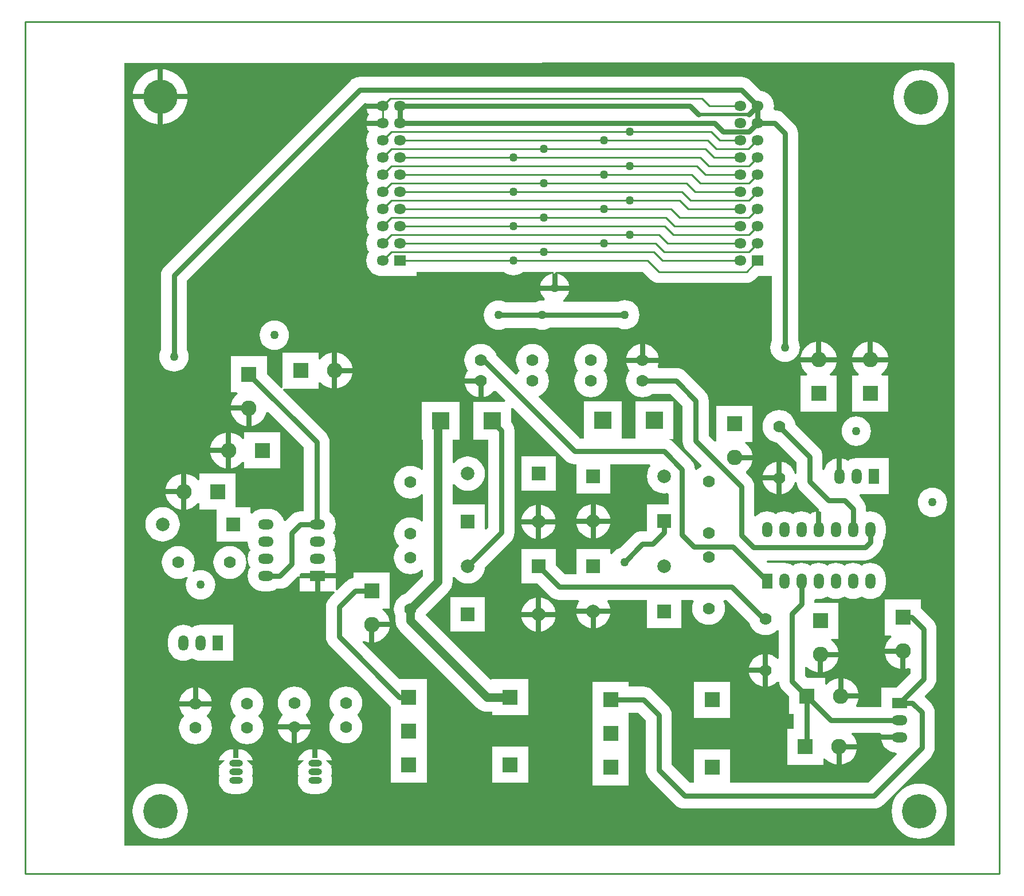
<source format=gbl>
%FSLAX44Y44*%
%MOMM*%
G71*
G01*
G75*
G04 Layer_Physical_Order=2*
G04 Layer_Color=16711680*
%ADD10C,0.2540*%
%ADD11C,0.7620*%
%ADD12C,1.2700*%
%ADD13C,0.5080*%
%ADD14R,1.7780X1.5000*%
%ADD15O,1.7780X1.5000*%
%ADD16R,1.7780X1.5000*%
%ADD17O,1.7780X1.5000*%
%ADD18R,2.5400X2.5400*%
%ADD19R,2.2860X2.2860*%
%ADD20C,2.2860*%
%ADD21R,2.2860X1.5000*%
%ADD22O,2.2860X1.5000*%
%ADD23C,1.7780*%
%ADD24C,2.0000*%
%ADD25R,2.0000X2.0000*%
%ADD26O,2.0000X1.0000*%
%ADD27O,1.5000X2.2860*%
%ADD28R,1.5000X2.2860*%
%ADD29R,2.2860X2.2860*%
%ADD30O,2.2860X1.5000*%
%ADD31R,2.2860X1.5000*%
%ADD32R,1.5000X2.2860*%
%ADD33O,1.5000X2.2860*%
%ADD34C,5.0800*%
%ADD35C,1.2700*%
G36*
X2012950Y1781283D02*
Y624840D01*
X786130D01*
Y1781890D01*
X2011153Y1783078D01*
X2012950Y1781283D01*
D02*
G37*
%LPC*%
G36*
X1504393Y967485D02*
X1483216D01*
Y946308D01*
X1484354Y946420D01*
X1489112Y947864D01*
X1493497Y950207D01*
X1497340Y953362D01*
X1500494Y957205D01*
X1502838Y961590D01*
X1504281Y966347D01*
X1504393Y967485D01*
D02*
G37*
G36*
X1475596D02*
X1454419D01*
X1454531Y966347D01*
X1455974Y961590D01*
X1458318Y957205D01*
X1461472Y953362D01*
X1465316Y950207D01*
X1469700Y947864D01*
X1474458Y946420D01*
X1475596Y946308D01*
Y967485D01*
D02*
G37*
G36*
X1394690Y991457D02*
X1393552Y991345D01*
X1388794Y989902D01*
X1384410Y987558D01*
X1380566Y984404D01*
X1377412Y980560D01*
X1375068Y976176D01*
X1373625Y971418D01*
X1373513Y970280D01*
X1394690D01*
Y991457D01*
D02*
G37*
G36*
X899160Y951340D02*
X894702Y950901D01*
X890416Y949601D01*
X886465Y947489D01*
X886460Y947485D01*
X886455Y947489D01*
X882504Y949601D01*
X878218Y950901D01*
X873760Y951340D01*
X869302Y950901D01*
X865016Y949601D01*
X861065Y947489D01*
X857603Y944647D01*
X854761Y941185D01*
X852649Y937234D01*
X851349Y932948D01*
X850910Y928490D01*
Y920630D01*
X851349Y916172D01*
X852649Y911886D01*
X854761Y907935D01*
X857603Y904473D01*
X861065Y901631D01*
X865016Y899519D01*
X869302Y898219D01*
X873760Y897780D01*
X878218Y898219D01*
X882504Y899519D01*
X886455Y901631D01*
X886460Y901635D01*
X886465Y901631D01*
X890416Y899519D01*
X894702Y898219D01*
X899160Y897780D01*
X901669Y898027D01*
X901820Y897890D01*
Y897890D01*
X947300D01*
Y951230D01*
X901820D01*
Y951230D01*
X901669Y951093D01*
X899160Y951340D01*
D02*
G37*
G36*
X1423487Y962660D02*
X1402310D01*
Y941483D01*
X1403448Y941595D01*
X1408206Y943038D01*
X1412590Y945382D01*
X1416434Y948536D01*
X1419588Y952380D01*
X1421931Y956764D01*
X1423375Y961522D01*
X1423487Y962660D01*
D02*
G37*
G36*
X1178343Y947820D02*
X1155700D01*
Y925177D01*
X1156075Y925207D01*
X1160157Y926187D01*
X1164035Y927793D01*
X1167615Y929987D01*
X1170807Y932713D01*
X1173533Y935905D01*
X1175727Y939485D01*
X1177333Y943363D01*
X1178313Y947445D01*
X1178343Y947820D01*
D02*
G37*
G36*
X1729740Y907792D02*
X1728820Y907701D01*
X1724271Y906321D01*
X1720079Y904080D01*
X1716405Y901065D01*
X1713390Y897391D01*
X1711149Y893199D01*
X1709769Y888650D01*
X1709678Y887730D01*
X1729740D01*
Y907792D01*
D02*
G37*
G36*
X1394690Y962660D02*
X1373513D01*
X1373625Y961522D01*
X1375068Y956764D01*
X1377412Y952380D01*
X1380566Y948536D01*
X1384410Y945382D01*
X1388794Y943038D01*
X1393552Y941595D01*
X1394690Y941483D01*
Y962660D01*
D02*
G37*
G36*
X1319140Y991710D02*
X1268660D01*
Y941230D01*
X1319140D01*
Y991710D01*
D02*
G37*
G36*
X1402310Y991457D02*
Y970280D01*
X1423487D01*
X1423375Y971418D01*
X1421931Y976176D01*
X1419588Y980560D01*
X1416434Y984404D01*
X1412590Y987558D01*
X1408206Y989902D01*
X1403448Y991345D01*
X1402310Y991457D01*
D02*
G37*
G36*
X1423487Y1099820D02*
X1402310D01*
Y1078643D01*
X1403448Y1078755D01*
X1408206Y1080198D01*
X1412590Y1082542D01*
X1416434Y1085696D01*
X1419588Y1089540D01*
X1421931Y1093924D01*
X1423375Y1098682D01*
X1423487Y1099820D01*
D02*
G37*
G36*
X1394690D02*
X1373513D01*
X1373625Y1098682D01*
X1375068Y1093924D01*
X1377412Y1089540D01*
X1380566Y1085696D01*
X1384410Y1082542D01*
X1388794Y1080198D01*
X1393552Y1078755D01*
X1394690Y1078643D01*
Y1099820D01*
D02*
G37*
G36*
X1504393Y1100582D02*
X1483216D01*
Y1079405D01*
X1484354Y1079517D01*
X1489112Y1080960D01*
X1493497Y1083304D01*
X1497340Y1086458D01*
X1500494Y1090301D01*
X1502838Y1094686D01*
X1504281Y1099444D01*
X1504393Y1100582D01*
D02*
G37*
G36*
X1475596D02*
X1454419D01*
X1454531Y1099444D01*
X1455974Y1094686D01*
X1458318Y1090301D01*
X1461472Y1086458D01*
X1465316Y1083304D01*
X1469700Y1080960D01*
X1474458Y1079517D01*
X1475596Y1079405D01*
Y1100582D01*
D02*
G37*
G36*
X843050Y1125182D02*
X838102Y1124695D01*
X833344Y1123252D01*
X828960Y1120908D01*
X825116Y1117754D01*
X821962Y1113910D01*
X819619Y1109526D01*
X818175Y1104768D01*
X817688Y1099820D01*
X818175Y1094872D01*
X819619Y1090114D01*
X821962Y1085730D01*
X825116Y1081886D01*
X828960Y1078732D01*
X833344Y1076388D01*
X838102Y1074945D01*
X843050Y1074458D01*
X847998Y1074945D01*
X852756Y1076388D01*
X857140Y1078732D01*
X860984Y1081886D01*
X864138Y1085730D01*
X866482Y1090114D01*
X867925Y1094872D01*
X868412Y1099820D01*
X867925Y1104768D01*
X866482Y1109526D01*
X864138Y1113910D01*
X860984Y1117754D01*
X857140Y1120908D01*
X852756Y1123252D01*
X847998Y1124695D01*
X843050Y1125182D01*
D02*
G37*
G36*
X1068070Y1019810D02*
X1045210D01*
Y1000880D01*
X1068070D01*
Y1019810D01*
D02*
G37*
G36*
X866140Y1067589D02*
X861410Y1067123D01*
X856861Y1065743D01*
X852669Y1063502D01*
X848995Y1060487D01*
X845980Y1056813D01*
X843739Y1052621D01*
X842359Y1048072D01*
X841893Y1043342D01*
X842359Y1038612D01*
X843739Y1034063D01*
X845980Y1029871D01*
X848995Y1026197D01*
X852669Y1023182D01*
X856861Y1020941D01*
X861410Y1019561D01*
X866140Y1019095D01*
X870870Y1019561D01*
X875419Y1020941D01*
X878471Y1022572D01*
X880267Y1020776D01*
X879117Y1018624D01*
X877882Y1014554D01*
X877466Y1010322D01*
X877882Y1006090D01*
X879117Y1002020D01*
X881122Y998269D01*
X883820Y994982D01*
X887107Y992284D01*
X890858Y990279D01*
X894928Y989044D01*
X899160Y988627D01*
X903392Y989044D01*
X907462Y990279D01*
X911213Y992284D01*
X914500Y994982D01*
X917198Y998269D01*
X919203Y1002020D01*
X920438Y1006090D01*
X920854Y1010322D01*
X920438Y1014554D01*
X919203Y1018624D01*
X917198Y1022375D01*
X914500Y1025662D01*
X911213Y1028360D01*
X907462Y1030365D01*
X903392Y1031600D01*
X899160Y1032017D01*
X894928Y1031600D01*
X890858Y1030365D01*
X888706Y1029215D01*
X886909Y1031011D01*
X888541Y1034063D01*
X889921Y1038612D01*
X890387Y1043342D01*
X889921Y1048072D01*
X888541Y1052621D01*
X886300Y1056813D01*
X883285Y1060487D01*
X879611Y1063502D01*
X875419Y1065743D01*
X870870Y1067123D01*
X866140Y1067589D01*
D02*
G37*
G36*
X942340D02*
X937610Y1067123D01*
X933061Y1065743D01*
X928869Y1063502D01*
X925195Y1060487D01*
X922180Y1056813D01*
X919939Y1052621D01*
X918559Y1048072D01*
X918093Y1043342D01*
X918559Y1038612D01*
X919939Y1034063D01*
X922180Y1029871D01*
X925195Y1026197D01*
X928869Y1023182D01*
X933061Y1020941D01*
X937610Y1019561D01*
X942340Y1019095D01*
X947070Y1019561D01*
X951619Y1020941D01*
X955811Y1023182D01*
X959485Y1026197D01*
X962500Y1029871D01*
X964741Y1034063D01*
X966121Y1038612D01*
X966587Y1043342D01*
X966121Y1048072D01*
X964741Y1052621D01*
X962500Y1056813D01*
X959485Y1060487D01*
X955811Y1063502D01*
X951619Y1065743D01*
X947070Y1067123D01*
X942340Y1067589D01*
D02*
G37*
G36*
X1178560Y1028300D02*
X1125220D01*
Y1020561D01*
X1123625Y1020404D01*
X1120035Y1019315D01*
X1116725Y1017546D01*
X1113824Y1015166D01*
X1100897Y1002238D01*
X1098550Y1003210D01*
Y1019810D01*
X1075690D01*
Y1000880D01*
X1096220D01*
X1097192Y998533D01*
X1090094Y991436D01*
X1087714Y988535D01*
X1085945Y985225D01*
X1084856Y981635D01*
X1084488Y977900D01*
Y933450D01*
X1084856Y929715D01*
X1085945Y926125D01*
X1087714Y922815D01*
X1090094Y919914D01*
X1179324Y830684D01*
X1179830Y830269D01*
Y817550D01*
Y767550D01*
Y717550D01*
X1233170D01*
Y767550D01*
Y817550D01*
Y870890D01*
X1193261D01*
X1138566Y925585D01*
X1139977Y927697D01*
X1143623Y926187D01*
X1147705Y925207D01*
X1148080Y925177D01*
Y951633D01*
X1151888D01*
Y955440D01*
X1178343D01*
X1178313Y955815D01*
X1177333Y959897D01*
X1175727Y963775D01*
X1173533Y967355D01*
X1170807Y970547D01*
X1167615Y973273D01*
X1168091Y974960D01*
X1178560D01*
Y1028300D01*
D02*
G37*
G36*
X915412Y830580D02*
X867669D01*
X867759Y829660D01*
X869139Y825111D01*
X871380Y820919D01*
X874395Y817245D01*
Y815975D01*
X871380Y812301D01*
X869139Y808109D01*
X867759Y803560D01*
X867293Y798830D01*
X867759Y794100D01*
X869139Y789551D01*
X871380Y785359D01*
X874395Y781685D01*
X878069Y778670D01*
X882261Y776429D01*
X886810Y775049D01*
X891540Y774583D01*
X896270Y775049D01*
X900819Y776429D01*
X905011Y778670D01*
X908685Y781685D01*
X911700Y785359D01*
X913941Y789551D01*
X915321Y794100D01*
X915787Y798830D01*
X915321Y803560D01*
X913941Y808109D01*
X911700Y812301D01*
X908685Y815975D01*
Y817245D01*
X911700Y820919D01*
X913941Y825111D01*
X915321Y829660D01*
X915412Y830580D01*
D02*
G37*
G36*
X1073070Y767098D02*
X1071880D01*
Y754398D01*
X1064260D01*
Y767098D01*
X1063070D01*
X1059102Y766707D01*
X1055287Y765550D01*
X1051771Y763670D01*
X1048689Y761141D01*
X1046160Y758059D01*
X1044280Y754543D01*
X1043123Y750728D01*
X1043107Y750570D01*
X1051282D01*
X1048689Y748441D01*
X1046159Y745359D01*
X1044871Y742950D01*
X1043107D01*
X1043123Y742792D01*
X1043846Y740410D01*
X1043123Y738028D01*
X1042732Y734060D01*
X1043123Y730092D01*
X1043846Y727710D01*
X1043123Y725328D01*
X1042732Y721360D01*
X1043123Y717392D01*
X1044280Y713577D01*
X1046160Y710061D01*
X1048689Y706979D01*
X1051771Y704450D01*
X1055287Y702570D01*
X1059102Y701413D01*
X1063070Y701022D01*
X1073070D01*
X1077038Y701413D01*
X1080853Y702570D01*
X1084369Y704450D01*
X1087451Y706979D01*
X1089980Y710061D01*
X1091860Y713577D01*
X1093017Y717392D01*
X1093408Y721360D01*
X1093017Y725328D01*
X1092294Y727710D01*
X1093017Y730092D01*
X1093408Y734060D01*
X1093017Y738028D01*
X1092294Y740410D01*
X1093017Y742792D01*
X1093033Y742950D01*
X1091269D01*
X1089981Y745359D01*
X1087451Y748441D01*
X1084858Y750570D01*
X1093033D01*
X1093017Y750728D01*
X1091860Y754543D01*
X1089980Y758059D01*
X1087451Y761141D01*
X1084369Y763670D01*
X1080853Y765550D01*
X1077038Y766707D01*
X1073070Y767098D01*
D02*
G37*
G36*
X1113790Y859907D02*
X1109060Y859441D01*
X1104511Y858061D01*
X1100319Y855820D01*
X1096645Y852805D01*
X1093630Y849131D01*
X1091389Y844939D01*
X1090009Y840390D01*
X1089543Y835660D01*
X1090009Y830930D01*
X1091389Y826381D01*
X1093630Y822189D01*
X1096645Y818515D01*
Y817245D01*
X1093630Y813571D01*
X1091389Y809379D01*
X1090009Y804830D01*
X1089543Y800100D01*
X1090009Y795370D01*
X1091389Y790821D01*
X1093630Y786629D01*
X1096645Y782955D01*
X1100319Y779940D01*
X1104511Y777699D01*
X1109060Y776319D01*
X1113790Y775853D01*
X1118520Y776319D01*
X1123069Y777699D01*
X1127261Y779940D01*
X1130935Y782955D01*
X1133950Y786629D01*
X1136191Y790821D01*
X1137571Y795370D01*
X1138037Y800100D01*
X1137571Y804830D01*
X1136191Y809379D01*
X1133950Y813571D01*
X1130935Y817245D01*
Y818515D01*
X1133950Y822189D01*
X1136191Y826381D01*
X1137571Y830930D01*
X1138037Y835660D01*
X1137571Y840390D01*
X1136191Y844939D01*
X1133950Y849131D01*
X1130935Y852805D01*
X1127261Y855820D01*
X1123069Y858061D01*
X1118520Y859441D01*
X1113790Y859907D01*
D02*
G37*
G36*
X967740Y858637D02*
X963010Y858171D01*
X958461Y856791D01*
X954269Y854550D01*
X950595Y851535D01*
X947580Y847861D01*
X945339Y843669D01*
X943959Y839120D01*
X943493Y834390D01*
X943959Y829660D01*
X945339Y825111D01*
X947580Y820919D01*
X950595Y817245D01*
Y815975D01*
X947580Y812301D01*
X945339Y808109D01*
X943959Y803560D01*
X943493Y798830D01*
X943959Y794100D01*
X945339Y789551D01*
X947580Y785359D01*
X950595Y781685D01*
X954269Y778670D01*
X958461Y776429D01*
X963010Y775049D01*
X967740Y774583D01*
X972470Y775049D01*
X977019Y776429D01*
X981211Y778670D01*
X984885Y781685D01*
X987900Y785359D01*
X990141Y789551D01*
X991521Y794100D01*
X991987Y798830D01*
X991521Y803560D01*
X990141Y808109D01*
X987900Y812301D01*
X984885Y815975D01*
Y817245D01*
X987900Y820919D01*
X990141Y825111D01*
X991521Y829660D01*
X991987Y834390D01*
X991521Y839120D01*
X990141Y843669D01*
X987900Y847861D01*
X984885Y851535D01*
X981211Y854550D01*
X977019Y856791D01*
X972470Y858171D01*
X967740Y858637D01*
D02*
G37*
G36*
X956230Y767098D02*
X955040D01*
Y754398D01*
X947420D01*
Y767098D01*
X946230D01*
X942262Y766707D01*
X938447Y765550D01*
X934931Y763670D01*
X931849Y761141D01*
X929320Y758059D01*
X927440Y754543D01*
X926283Y750728D01*
X926267Y750570D01*
X934442D01*
X931849Y748441D01*
X929319Y745359D01*
X928031Y742950D01*
X926267D01*
X926283Y742792D01*
X927005Y740410D01*
X926283Y738028D01*
X925892Y734060D01*
X926283Y730092D01*
X927005Y727710D01*
X926283Y725328D01*
X925892Y721360D01*
X926283Y717392D01*
X927440Y713577D01*
X929320Y710061D01*
X931849Y706979D01*
X934931Y704450D01*
X938447Y702570D01*
X942262Y701413D01*
X946230Y701022D01*
X956230D01*
X960198Y701413D01*
X964013Y702570D01*
X967529Y704450D01*
X970611Y706979D01*
X973140Y710061D01*
X975020Y713577D01*
X976177Y717392D01*
X976568Y721360D01*
X976177Y725328D01*
X975454Y727710D01*
X976177Y730092D01*
X976568Y734060D01*
X976177Y738028D01*
X975454Y740410D01*
X976177Y742792D01*
X976193Y742950D01*
X974429D01*
X973141Y745359D01*
X970611Y748441D01*
X968018Y750570D01*
X976193D01*
X976177Y750728D01*
X975020Y754543D01*
X973140Y758059D01*
X970611Y761141D01*
X967529Y763670D01*
X964013Y765550D01*
X960198Y766707D01*
X956230Y767098D01*
D02*
G37*
G36*
X1960880Y716406D02*
X1954503Y715904D01*
X1948283Y714410D01*
X1942373Y711963D01*
X1936918Y708620D01*
X1932054Y704466D01*
X1927900Y699602D01*
X1924557Y694147D01*
X1922110Y688237D01*
X1920616Y682017D01*
X1920114Y675640D01*
X1920616Y669263D01*
X1922110Y663043D01*
X1924557Y657133D01*
X1927900Y651678D01*
X1932054Y646814D01*
X1936918Y642660D01*
X1942373Y639318D01*
X1948283Y636870D01*
X1954503Y635376D01*
X1960880Y634874D01*
X1967257Y635376D01*
X1973477Y636870D01*
X1979387Y639318D01*
X1984841Y642660D01*
X1989706Y646814D01*
X1993860Y651678D01*
X1997202Y657133D01*
X1999651Y663043D01*
X2001144Y669263D01*
X2001646Y675640D01*
X2001144Y682017D01*
X1999651Y688237D01*
X1997202Y694147D01*
X1993860Y699602D01*
X1989706Y704466D01*
X1984841Y708620D01*
X1979387Y711963D01*
X1973477Y714410D01*
X1967257Y715904D01*
X1960880Y716406D01*
D02*
G37*
G36*
X839470D02*
X833093Y715904D01*
X826873Y714410D01*
X820963Y711963D01*
X815508Y708620D01*
X810644Y704466D01*
X806490Y699602D01*
X803148Y694147D01*
X800699Y688237D01*
X799206Y682017D01*
X798704Y675640D01*
X799206Y669263D01*
X800699Y663043D01*
X803148Y657133D01*
X806490Y651678D01*
X810644Y646814D01*
X815508Y642660D01*
X820963Y639318D01*
X826873Y636870D01*
X833093Y635376D01*
X839470Y634874D01*
X845847Y635376D01*
X852067Y636870D01*
X857977Y639318D01*
X863431Y642660D01*
X868296Y646814D01*
X872450Y651678D01*
X875792Y657133D01*
X878241Y663043D01*
X879734Y669263D01*
X880236Y675640D01*
X879734Y682017D01*
X878241Y688237D01*
X875792Y694147D01*
X872450Y699602D01*
X868296Y704466D01*
X863431Y708620D01*
X857977Y711963D01*
X852067Y714410D01*
X845847Y715904D01*
X839470Y716406D01*
D02*
G37*
G36*
X1868823Y767080D02*
X1846180D01*
Y744437D01*
X1846555Y744467D01*
X1850637Y745447D01*
X1854515Y747053D01*
X1858095Y749247D01*
X1861287Y751973D01*
X1864013Y755165D01*
X1866207Y758745D01*
X1867813Y762623D01*
X1868793Y766705D01*
X1868823Y767080D01*
D02*
G37*
G36*
X1383170Y770890D02*
X1329830D01*
Y717550D01*
X1383170D01*
Y770890D01*
D02*
G37*
G36*
X1033780Y796290D02*
X1013718D01*
X1013809Y795370D01*
X1015189Y790821D01*
X1017430Y786629D01*
X1020445Y782955D01*
X1024119Y779940D01*
X1028311Y777699D01*
X1032860Y776319D01*
X1033780Y776228D01*
Y796290D01*
D02*
G37*
G36*
X1729740Y880110D02*
X1709678D01*
X1709769Y879190D01*
X1711149Y874641D01*
X1713390Y870449D01*
X1716405Y866775D01*
X1720079Y863760D01*
X1724271Y861519D01*
X1728820Y860139D01*
X1729740Y860049D01*
Y880110D01*
D02*
G37*
G36*
X1848720Y872273D02*
Y849630D01*
X1871363D01*
X1871333Y850005D01*
X1870353Y854087D01*
X1868747Y857965D01*
X1866553Y861545D01*
X1863827Y864737D01*
X1860635Y867463D01*
X1857055Y869657D01*
X1853177Y871263D01*
X1849095Y872243D01*
X1848720Y872273D01*
D02*
G37*
G36*
X1932940Y908450D02*
X1910297D01*
X1910327Y908075D01*
X1911307Y903993D01*
X1912913Y900115D01*
X1915107Y896535D01*
X1917833Y893343D01*
X1921025Y890617D01*
X1924605Y888423D01*
X1928483Y886817D01*
X1932565Y885837D01*
X1932940Y885807D01*
Y908450D01*
D02*
G37*
G36*
X1841283Y903370D02*
X1818640D01*
Y880727D01*
X1819015Y880757D01*
X1823097Y881737D01*
X1826975Y883343D01*
X1830555Y885537D01*
X1833747Y888263D01*
X1836473Y891455D01*
X1838667Y895035D01*
X1840273Y898913D01*
X1841253Y902995D01*
X1841283Y903370D01*
D02*
G37*
G36*
X895350Y858261D02*
Y838200D01*
X915412D01*
X915321Y839120D01*
X913941Y843669D01*
X911700Y847861D01*
X908685Y851535D01*
X905011Y854550D01*
X900819Y856791D01*
X896270Y858171D01*
X895350Y858261D01*
D02*
G37*
G36*
X1037590Y859907D02*
X1032860Y859441D01*
X1028311Y858061D01*
X1024119Y855820D01*
X1020445Y852805D01*
X1017430Y849131D01*
X1015189Y844939D01*
X1013809Y840390D01*
X1013343Y835660D01*
X1013809Y830930D01*
X1015189Y826381D01*
X1017430Y822189D01*
X1020445Y818515D01*
Y817245D01*
X1017430Y813571D01*
X1015189Y809379D01*
X1013809Y804830D01*
X1013718Y803910D01*
X1061461D01*
X1061371Y804830D01*
X1059991Y809379D01*
X1057750Y813571D01*
X1054735Y817245D01*
Y818515D01*
X1057750Y822189D01*
X1059991Y826381D01*
X1061371Y830930D01*
X1061837Y835660D01*
X1061371Y840390D01*
X1059991Y844939D01*
X1057750Y849131D01*
X1054735Y852805D01*
X1051061Y855820D01*
X1046869Y858061D01*
X1042320Y859441D01*
X1037590Y859907D01*
D02*
G37*
G36*
X1061461Y796290D02*
X1041400D01*
Y776228D01*
X1042320Y776319D01*
X1046869Y777699D01*
X1051061Y779940D01*
X1054735Y782955D01*
X1057750Y786629D01*
X1059991Y790821D01*
X1061371Y795370D01*
X1061461Y796290D01*
D02*
G37*
G36*
X887730Y858261D02*
X886810Y858171D01*
X882261Y856791D01*
X878069Y854550D01*
X874395Y851535D01*
X871380Y847861D01*
X869139Y843669D01*
X867759Y839120D01*
X867669Y838200D01*
X887730D01*
Y858261D01*
D02*
G37*
G36*
X1681620Y867080D02*
X1628280D01*
Y813740D01*
X1681620D01*
Y867080D01*
D02*
G37*
G36*
X1808480Y1369713D02*
X1808105Y1369683D01*
X1804023Y1368703D01*
X1800145Y1367097D01*
X1796565Y1364903D01*
X1793373Y1362177D01*
X1790647Y1358985D01*
X1788453Y1355405D01*
X1786847Y1351527D01*
X1785867Y1347445D01*
X1785837Y1347070D01*
X1808480D01*
Y1369713D01*
D02*
G37*
G36*
X1555750Y1366261D02*
Y1346200D01*
X1575811D01*
X1575721Y1347120D01*
X1574341Y1351669D01*
X1572100Y1355861D01*
X1569085Y1359535D01*
X1565411Y1362550D01*
X1561219Y1364791D01*
X1556670Y1366171D01*
X1555750Y1366261D01*
D02*
G37*
G36*
X1884680Y1369713D02*
X1884305Y1369683D01*
X1880223Y1368703D01*
X1876345Y1367097D01*
X1872765Y1364903D01*
X1869573Y1362177D01*
X1866847Y1358985D01*
X1864653Y1355405D01*
X1863047Y1351527D01*
X1862067Y1347445D01*
X1862037Y1347070D01*
X1884680D01*
Y1369713D01*
D02*
G37*
G36*
X1816100D02*
Y1347070D01*
X1838743D01*
X1838713Y1347445D01*
X1837733Y1351527D01*
X1836127Y1355405D01*
X1833933Y1358985D01*
X1831207Y1362177D01*
X1828015Y1364903D01*
X1824435Y1367097D01*
X1820557Y1368703D01*
X1816475Y1369683D01*
X1816100Y1369713D01*
D02*
G37*
G36*
X1548130Y1366261D02*
X1547210Y1366171D01*
X1542661Y1364791D01*
X1538469Y1362550D01*
X1534795Y1359535D01*
X1531780Y1355861D01*
X1529539Y1351669D01*
X1528159Y1347120D01*
X1528069Y1346200D01*
X1548130D01*
Y1366261D01*
D02*
G37*
G36*
X1389380Y1366637D02*
X1384650Y1366171D01*
X1380101Y1364791D01*
X1375909Y1362550D01*
X1372235Y1359535D01*
X1369220Y1355861D01*
X1366979Y1351669D01*
X1365599Y1347120D01*
X1365133Y1342390D01*
X1365599Y1337660D01*
X1366979Y1333111D01*
X1369220Y1328919D01*
X1370672Y1327150D01*
X1369220Y1325381D01*
X1367386Y1321950D01*
X1364873Y1321578D01*
X1335929Y1350522D01*
X1335581Y1351669D01*
X1333340Y1355861D01*
X1330325Y1359535D01*
X1326651Y1362550D01*
X1322459Y1364791D01*
X1317910Y1366171D01*
X1313180Y1366637D01*
X1308450Y1366171D01*
X1303901Y1364791D01*
X1299709Y1362550D01*
X1296035Y1359535D01*
X1293020Y1355861D01*
X1290779Y1351669D01*
X1289399Y1347120D01*
X1288933Y1342390D01*
X1289399Y1337660D01*
X1290779Y1333111D01*
X1293020Y1328919D01*
X1294471Y1327150D01*
X1293020Y1325381D01*
X1290779Y1321189D01*
X1289399Y1316640D01*
X1289308Y1315720D01*
X1313183D01*
Y1311913D01*
X1316990D01*
Y1288038D01*
X1317910Y1288129D01*
X1322459Y1289509D01*
X1326651Y1291750D01*
X1330325Y1294765D01*
X1332379Y1297268D01*
X1334916Y1297393D01*
X1349422Y1282887D01*
X1348450Y1280540D01*
X1301750D01*
Y1224660D01*
X1324518D01*
Y1095279D01*
X1321487Y1092248D01*
X1319140Y1093220D01*
Y1128870D01*
X1271375D01*
Y1158642D01*
X1273766Y1159497D01*
X1275966Y1156816D01*
X1279810Y1153662D01*
X1284194Y1151318D01*
X1288952Y1149875D01*
X1293900Y1149388D01*
X1298848Y1149875D01*
X1303606Y1151318D01*
X1307990Y1153662D01*
X1311834Y1156816D01*
X1314988Y1160660D01*
X1317332Y1165044D01*
X1318775Y1169802D01*
X1319262Y1174750D01*
X1318775Y1179698D01*
X1317332Y1184456D01*
X1314988Y1188840D01*
X1311834Y1192684D01*
X1307990Y1195838D01*
X1303606Y1198182D01*
X1298848Y1199625D01*
X1293900Y1200112D01*
X1288952Y1199625D01*
X1284194Y1198182D01*
X1279810Y1195838D01*
X1275966Y1192684D01*
X1273766Y1190003D01*
X1271375Y1190858D01*
Y1224660D01*
X1281430D01*
Y1280540D01*
X1225550D01*
Y1224660D01*
X1227986D01*
Y1180688D01*
X1225689Y1179602D01*
X1222511Y1182210D01*
X1218319Y1184451D01*
X1213770Y1185831D01*
X1209040Y1186297D01*
X1204310Y1185831D01*
X1199761Y1184451D01*
X1195569Y1182210D01*
X1191895Y1179195D01*
X1188880Y1175521D01*
X1186639Y1171329D01*
X1185259Y1166780D01*
X1184793Y1162050D01*
X1185259Y1157320D01*
X1186639Y1152771D01*
X1188880Y1148579D01*
X1191895Y1144905D01*
X1195569Y1141890D01*
X1199761Y1139649D01*
X1204310Y1138269D01*
X1209040Y1137803D01*
X1213770Y1138269D01*
X1218319Y1139649D01*
X1222511Y1141890D01*
X1225689Y1144498D01*
X1227986Y1143412D01*
Y1104488D01*
X1225689Y1103402D01*
X1222511Y1106010D01*
X1218319Y1108251D01*
X1213770Y1109631D01*
X1209040Y1110097D01*
X1204310Y1109631D01*
X1199761Y1108251D01*
X1195569Y1106010D01*
X1191895Y1102995D01*
X1188880Y1099321D01*
X1186639Y1095129D01*
X1185259Y1090580D01*
X1184793Y1085850D01*
X1185259Y1081120D01*
X1186639Y1076571D01*
X1188880Y1072379D01*
X1191895Y1068705D01*
Y1067435D01*
X1188880Y1063761D01*
X1186639Y1059569D01*
X1185259Y1055020D01*
X1184793Y1050290D01*
X1185259Y1045560D01*
X1186639Y1041011D01*
X1188880Y1036819D01*
X1191895Y1033145D01*
X1195569Y1030130D01*
X1199761Y1027889D01*
X1204310Y1026509D01*
X1209040Y1026043D01*
X1213770Y1026509D01*
X1218319Y1027889D01*
X1222511Y1030130D01*
X1225689Y1032738D01*
X1227986Y1031652D01*
Y1023716D01*
X1201196Y996926D01*
X1199761Y996491D01*
X1195569Y994250D01*
X1191895Y991235D01*
X1188880Y987561D01*
X1186639Y983369D01*
X1185259Y978820D01*
X1184793Y974090D01*
X1185259Y969360D01*
X1186639Y964811D01*
X1187346Y963489D01*
Y957580D01*
X1187346Y957580D01*
X1187346D01*
X1187762Y953348D01*
X1188997Y949278D01*
X1191002Y945527D01*
X1193700Y942240D01*
X1307060Y828880D01*
Y828880D01*
X1307060Y828880D01*
X1307060Y828880D01*
Y828880D01*
X1310347Y826182D01*
X1314098Y824177D01*
Y824177D01*
X1314098Y824177D01*
D01*
D01*
D01*
X1314098D01*
Y824177D01*
D01*
X1314098Y824177D01*
X1314098Y824177D01*
X1318168Y822942D01*
X1322400Y822525D01*
X1329830D01*
Y817550D01*
X1383170D01*
Y870890D01*
X1329830D01*
Y870789D01*
X1327483Y869817D01*
X1231685Y965615D01*
X1231876Y966246D01*
X1265020Y999390D01*
X1267718Y1002677D01*
X1269723Y1006428D01*
X1270958Y1010498D01*
X1271375Y1014730D01*
Y1021482D01*
X1273766Y1022337D01*
X1275966Y1019656D01*
X1279810Y1016502D01*
X1284194Y1014158D01*
X1288952Y1012715D01*
X1293900Y1012228D01*
X1298848Y1012715D01*
X1303606Y1014158D01*
X1307990Y1016502D01*
X1311834Y1019656D01*
X1314988Y1023500D01*
X1317332Y1027884D01*
X1318775Y1032642D01*
X1319075Y1035694D01*
X1357196Y1073814D01*
X1359576Y1076715D01*
X1361345Y1080025D01*
X1362434Y1083615D01*
X1362802Y1087350D01*
Y1238630D01*
X1362434Y1242365D01*
X1362434Y1242364D01*
Y1242365D01*
X1362434D01*
X1362434Y1242365D01*
D01*
D01*
D01*
D01*
X1362434Y1242365D01*
D01*
D01*
X1361345Y1245955D01*
X1360729Y1247108D01*
X1359576Y1249265D01*
X1358269Y1250858D01*
X1357630Y1251636D01*
Y1271360D01*
X1359977Y1272332D01*
X1438074Y1194234D01*
X1438074Y1194234D01*
X1438074Y1194234D01*
D01*
D01*
D01*
X1438074Y1194234D01*
X1440975Y1191854D01*
X1444285Y1190085D01*
Y1190085D01*
X1444285Y1190085D01*
D01*
D01*
D01*
X1444285D01*
Y1190085D01*
D01*
X1444285Y1190085D01*
X1444285Y1190085D01*
X1447876Y1188996D01*
X1451610Y1188628D01*
X1454166D01*
Y1145700D01*
X1504646D01*
Y1188628D01*
X1562900D01*
X1563986Y1186332D01*
X1562918Y1185030D01*
X1560574Y1180646D01*
X1559131Y1175888D01*
X1558644Y1170940D01*
X1559131Y1165992D01*
X1560574Y1161234D01*
X1562918Y1156849D01*
X1566072Y1153006D01*
X1569916Y1149852D01*
X1574300Y1147508D01*
X1579058Y1146065D01*
X1584006Y1145578D01*
X1588954Y1146065D01*
X1589178Y1146133D01*
X1591218Y1144620D01*
Y1129632D01*
X1558766D01*
Y1089752D01*
X1551940D01*
X1548206Y1089384D01*
X1544615Y1088295D01*
X1541305Y1086526D01*
X1538404Y1084146D01*
X1518797Y1064538D01*
X1516968Y1063983D01*
X1513217Y1061978D01*
X1509930Y1059280D01*
X1507232Y1055993D01*
X1507110Y1055765D01*
X1504646Y1056382D01*
Y1063083D01*
X1454166D01*
Y1026252D01*
X1436909D01*
X1423740Y1039421D01*
Y1062830D01*
X1373260D01*
Y1012350D01*
X1396669D01*
X1415444Y993574D01*
X1418345Y991194D01*
X1421655Y989425D01*
X1425246Y988336D01*
X1428980Y987968D01*
X1457467D01*
X1458553Y985672D01*
X1458318Y985386D01*
X1455974Y981001D01*
X1454531Y976243D01*
X1454419Y975105D01*
X1504393D01*
X1504281Y976243D01*
X1502838Y981001D01*
X1500494Y985386D01*
X1500259Y985672D01*
X1501345Y987968D01*
X1558766D01*
Y946055D01*
X1609246D01*
Y987968D01*
X1626638D01*
X1627944Y985789D01*
X1627329Y984639D01*
X1625949Y980090D01*
X1625483Y975360D01*
X1625949Y970630D01*
X1627329Y966081D01*
X1629570Y961889D01*
X1632585Y958215D01*
X1636259Y955200D01*
X1640451Y952959D01*
X1645000Y951579D01*
X1649730Y951113D01*
X1654460Y951579D01*
X1659009Y952959D01*
X1663201Y955200D01*
X1666875Y958215D01*
X1669890Y961889D01*
X1672131Y966081D01*
X1673511Y970630D01*
X1673977Y975360D01*
X1673511Y980090D01*
X1672131Y984639D01*
X1671516Y985789D01*
X1672822Y987968D01*
X1676091D01*
X1710248Y953811D01*
X1711149Y950841D01*
X1713390Y946649D01*
X1716405Y942975D01*
X1720079Y939960D01*
X1724271Y937719D01*
X1728820Y936339D01*
X1733550Y935873D01*
X1738280Y936339D01*
X1742829Y937719D01*
X1747021Y939960D01*
X1750695Y942975D01*
X1751386Y943817D01*
X1753778Y942962D01*
Y901078D01*
X1751386Y900223D01*
X1750695Y901065D01*
X1747021Y904080D01*
X1742829Y906321D01*
X1738280Y907701D01*
X1737360Y907792D01*
Y883917D01*
Y860049D01*
X1738280Y860139D01*
X1742829Y861519D01*
X1747021Y863760D01*
X1750695Y866775D01*
X1751433Y867674D01*
X1753864Y866937D01*
X1754146Y864075D01*
X1755235Y860485D01*
X1757004Y857175D01*
X1759384Y854274D01*
X1768240Y845419D01*
Y819150D01*
X1775768D01*
Y797560D01*
X1765700D01*
Y744220D01*
X1819040D01*
Y753471D01*
X1821423Y754350D01*
X1823453Y751973D01*
X1826645Y749247D01*
X1830225Y747053D01*
X1834103Y745447D01*
X1838185Y744467D01*
X1838560Y744437D01*
Y770892D01*
X1842368D01*
Y774700D01*
X1868823D01*
X1868793Y775075D01*
X1867813Y779157D01*
X1866207Y783035D01*
X1864013Y786615D01*
X1861287Y789807D01*
X1861770Y791118D01*
X1903615D01*
X1905321Y789236D01*
X1905265Y788670D01*
X1920574D01*
X1923282Y787849D01*
X1927740Y787410D01*
X1931673D01*
Y781050D01*
X1905265D01*
X1905329Y780402D01*
X1906629Y776116D01*
X1908741Y772165D01*
X1911583Y768703D01*
X1915045Y765861D01*
X1918996Y763749D01*
X1923282Y762449D01*
X1926849Y762098D01*
X1927705Y759706D01*
X1885641Y717642D01*
X1681620D01*
Y767080D01*
X1628280D01*
Y717642D01*
X1622099D01*
X1595212Y744529D01*
Y817880D01*
X1595212Y817880D01*
Y817880D01*
X1595212D01*
X1595212Y817880D01*
D01*
D01*
D01*
D01*
X1595212Y817880D01*
D01*
X1594844Y821615D01*
X1593755Y825205D01*
X1593755Y825205D01*
D01*
D01*
D01*
D01*
X1593755Y825205D01*
D01*
D01*
Y825205D01*
D01*
X1593755D01*
D01*
D01*
X1593755D01*
D01*
D01*
X1591986Y828515D01*
X1589606Y831415D01*
X1589606Y831416D01*
X1589606D01*
X1589606Y831416D01*
Y831416D01*
X1567076Y853946D01*
X1564175Y856326D01*
X1560865Y858095D01*
X1557274Y859184D01*
X1553540Y859552D01*
X1531620D01*
Y867080D01*
X1478280D01*
Y813740D01*
Y763740D01*
Y713740D01*
X1531620D01*
Y763740D01*
Y813740D01*
Y821268D01*
X1545611D01*
X1556928Y809951D01*
Y736600D01*
X1556928Y736600D01*
X1556928D01*
X1557296Y732866D01*
X1558385Y729275D01*
X1558385Y729275D01*
X1558385Y729275D01*
X1560154Y725965D01*
X1562534Y723064D01*
X1562534Y723064D01*
X1562534Y723064D01*
X1600634Y684964D01*
X1603535Y682584D01*
X1605692Y681431D01*
X1606845Y680815D01*
X1610435Y679726D01*
X1614170Y679358D01*
X1893570D01*
X1897305Y679726D01*
X1900895Y680815D01*
Y680815D01*
X1900895D01*
X1900895Y680815D01*
X1900895D01*
Y680815D01*
D01*
D01*
D01*
Y680815D01*
D01*
D01*
D01*
D01*
D01*
D01*
D01*
D01*
Y680815D01*
D01*
D01*
D01*
D01*
X1904205Y682584D01*
X1907106Y684964D01*
Y684964D01*
X1907106D01*
D01*
D01*
D01*
D01*
D01*
D01*
X1907106D01*
D01*
X1907106D01*
Y684964D01*
D01*
D01*
D01*
D01*
Y684964D01*
D01*
D01*
D01*
D01*
D01*
D01*
Y684965D01*
D01*
D01*
X1907106D01*
D01*
D01*
D01*
D01*
X1978226Y756084D01*
Y756084D01*
D01*
D01*
D01*
X1978226Y756084D01*
D01*
Y756084D01*
D01*
X1978226D01*
Y756084D01*
D01*
Y756084D01*
Y756084D01*
X1978226D01*
D01*
D01*
Y756084D01*
D01*
D01*
D01*
D01*
D01*
D01*
Y756085D01*
D01*
D01*
X1978226D01*
D01*
X1978226Y756084D01*
D01*
D01*
X1980606Y758985D01*
X1982375Y762295D01*
Y762295D01*
X1982375D01*
D01*
D01*
D01*
D01*
X1982375D01*
D01*
D01*
D01*
D01*
Y762295D01*
X1982375D01*
D01*
Y762295D01*
D01*
D01*
D01*
D01*
D01*
D01*
D01*
D01*
D01*
D01*
D01*
D01*
Y762295D01*
D01*
X1982375D01*
D01*
D01*
D01*
D01*
X1982375Y762295D01*
X1983464Y765885D01*
X1983832Y769620D01*
D01*
D01*
D01*
D01*
D01*
X1983832D01*
D01*
D01*
D01*
D01*
Y769620D01*
X1983832D01*
D01*
Y769620D01*
D01*
D01*
D01*
D01*
D01*
D01*
D01*
D01*
D01*
D01*
D01*
D01*
Y769620D01*
D01*
X1983832D01*
D01*
D01*
D01*
D01*
X1983832Y769620D01*
Y821690D01*
X1983464Y825424D01*
X1982375Y829015D01*
X1981759Y830168D01*
X1980606Y832325D01*
X1979299Y833918D01*
X1978226Y835226D01*
X1969536Y843915D01*
Y846455D01*
X1980766Y857684D01*
X1983146Y860585D01*
X1984915Y863895D01*
X1986004Y867486D01*
X1986372Y871220D01*
Y944880D01*
X1986004Y948615D01*
X1984915Y952205D01*
X1984299Y953358D01*
X1983146Y955515D01*
X1981839Y957108D01*
X1980766Y958416D01*
X1963420Y975761D01*
Y988930D01*
X1910080D01*
Y935590D01*
X1919331D01*
X1920210Y933207D01*
X1917833Y931177D01*
X1915107Y927985D01*
X1912913Y924405D01*
X1911307Y920527D01*
X1910327Y916445D01*
X1910297Y916070D01*
X1936752D01*
Y912262D01*
X1940560D01*
Y885807D01*
X1940935Y885837D01*
X1945017Y886817D01*
X1945976Y887214D01*
X1948088Y885803D01*
Y879149D01*
X1927339Y858400D01*
X1905000D01*
Y829402D01*
X1868728D01*
X1867487Y831618D01*
X1868747Y833675D01*
X1870353Y837553D01*
X1871333Y841635D01*
X1871363Y842010D01*
X1844908D01*
Y845817D01*
X1841100D01*
Y872273D01*
X1840725Y872243D01*
X1836643Y871263D01*
X1832765Y869657D01*
X1829185Y867463D01*
X1825993Y864737D01*
X1823963Y862360D01*
X1821580Y863239D01*
Y872490D01*
X1795311D01*
X1792062Y875739D01*
Y889103D01*
X1794445Y889982D01*
X1795913Y888263D01*
X1799105Y885537D01*
X1802685Y883343D01*
X1806563Y881737D01*
X1810645Y880757D01*
X1811020Y880727D01*
Y907182D01*
X1814828D01*
Y910990D01*
X1841283D01*
X1841253Y911365D01*
X1840273Y915447D01*
X1838667Y919325D01*
X1836473Y922905D01*
X1833747Y926097D01*
X1830555Y928823D01*
X1831030Y930510D01*
X1841500D01*
Y983850D01*
X1806032D01*
Y987945D01*
X1807914Y989651D01*
X1812290Y989220D01*
X1816748Y989659D01*
X1821034Y990959D01*
X1824985Y993071D01*
X1824990Y993075D01*
X1824995Y993071D01*
X1828946Y990959D01*
X1833232Y989659D01*
X1837690Y989220D01*
X1842148Y989659D01*
X1846434Y990959D01*
X1850385Y993071D01*
X1850390Y993075D01*
X1850395Y993071D01*
X1854346Y990959D01*
X1858632Y989659D01*
X1863090Y989220D01*
X1867548Y989659D01*
X1871834Y990959D01*
X1875785Y993071D01*
X1875790Y993075D01*
X1875795Y993071D01*
X1879746Y990959D01*
X1884032Y989659D01*
X1888490Y989220D01*
X1892948Y989659D01*
X1897234Y990959D01*
X1901185Y993071D01*
X1904647Y995913D01*
X1907489Y999375D01*
X1909601Y1003326D01*
X1910901Y1007612D01*
X1911340Y1012070D01*
Y1019930D01*
X1910901Y1024388D01*
X1909601Y1028674D01*
X1907489Y1032625D01*
X1904647Y1036087D01*
X1901185Y1038929D01*
X1897234Y1041041D01*
X1892948Y1042341D01*
X1888490Y1042780D01*
X1884032Y1042341D01*
X1879746Y1041041D01*
X1875795Y1038929D01*
X1875790Y1038925D01*
X1875785Y1038929D01*
X1871834Y1041041D01*
X1867548Y1042341D01*
X1863090Y1042780D01*
X1858632Y1042341D01*
X1854346Y1041041D01*
X1850395Y1038929D01*
X1850390Y1038925D01*
X1850385Y1038929D01*
X1846434Y1041041D01*
X1842148Y1042341D01*
X1837690Y1042780D01*
X1833232Y1042341D01*
X1828946Y1041041D01*
X1824995Y1038929D01*
X1824990Y1038925D01*
X1824985Y1038929D01*
X1821034Y1041041D01*
X1816748Y1042341D01*
X1812290Y1042780D01*
X1807832Y1042341D01*
X1803546Y1041041D01*
X1799595Y1038929D01*
X1799590Y1038925D01*
X1799585Y1038929D01*
X1795634Y1041041D01*
X1791348Y1042341D01*
X1786890Y1042780D01*
X1782432Y1042341D01*
X1778146Y1041041D01*
X1774195Y1038929D01*
X1774190Y1038925D01*
X1774185Y1038929D01*
X1770234Y1041041D01*
X1765948Y1042341D01*
X1761490Y1042780D01*
X1758981Y1042533D01*
X1758830Y1042670D01*
Y1042670D01*
X1736838D01*
X1735427Y1044782D01*
X1736092Y1046388D01*
X1880870D01*
X1884604Y1046756D01*
X1888195Y1047845D01*
X1891505Y1049614D01*
X1894406Y1051994D01*
X1902026Y1059614D01*
X1904406Y1062515D01*
X1906175Y1065825D01*
X1907264Y1069416D01*
X1907632Y1073150D01*
Y1075843D01*
X1909601Y1079526D01*
X1910901Y1083812D01*
X1911340Y1088270D01*
Y1096130D01*
X1910901Y1100588D01*
X1909601Y1104874D01*
X1907489Y1108825D01*
X1904647Y1112287D01*
X1901185Y1115129D01*
X1897234Y1117241D01*
X1892948Y1118541D01*
X1888490Y1118980D01*
X1884114Y1118549D01*
X1882232Y1120255D01*
Y1122680D01*
X1881864Y1126414D01*
X1880775Y1130005D01*
X1880159Y1131158D01*
X1879006Y1133315D01*
X1876626Y1136216D01*
X1876626Y1136216D01*
X1876626D01*
X1876626Y1136216D01*
X1876626D01*
D01*
D01*
X1876626D01*
X1872530Y1142015D01*
X1873698Y1144270D01*
X1916310D01*
Y1197610D01*
X1870830D01*
Y1197610D01*
X1870679Y1197473D01*
X1868170Y1197720D01*
X1863712Y1197281D01*
X1859426Y1195981D01*
X1855475Y1193869D01*
X1855470Y1193865D01*
X1855465Y1193869D01*
X1851514Y1195981D01*
X1847228Y1197281D01*
X1846580Y1197345D01*
Y1182036D01*
X1845759Y1179328D01*
X1845320Y1174870D01*
Y1170938D01*
X1838960D01*
Y1197345D01*
X1838312Y1197281D01*
X1834026Y1195981D01*
X1830075Y1193869D01*
X1826613Y1191027D01*
X1823771Y1187565D01*
X1821659Y1183614D01*
X1820610Y1180154D01*
X1818097Y1180527D01*
Y1199515D01*
X1817729Y1203250D01*
X1816640Y1206840D01*
X1814871Y1210150D01*
X1812491Y1213051D01*
X1777808Y1247733D01*
X1777651Y1249330D01*
X1776271Y1253879D01*
X1774030Y1258071D01*
X1771015Y1261745D01*
X1767341Y1264760D01*
X1763149Y1267001D01*
X1758600Y1268381D01*
X1753870Y1268847D01*
X1749140Y1268381D01*
X1744591Y1267001D01*
X1740399Y1264760D01*
X1736725Y1261745D01*
X1733710Y1258071D01*
X1731469Y1253879D01*
X1730089Y1249330D01*
X1729623Y1244600D01*
X1730089Y1239870D01*
X1731469Y1235321D01*
X1733710Y1231129D01*
X1736725Y1227455D01*
X1740399Y1224440D01*
X1744591Y1222199D01*
X1749140Y1220819D01*
X1750737Y1220662D01*
X1779813Y1191586D01*
Y1174659D01*
X1777300Y1174286D01*
X1776271Y1177679D01*
X1774030Y1181871D01*
X1771015Y1185545D01*
X1767341Y1188560D01*
X1763149Y1190801D01*
X1758600Y1192181D01*
X1757680Y1192271D01*
Y1168398D01*
Y1144529D01*
X1758600Y1144619D01*
X1763149Y1145999D01*
X1767341Y1148240D01*
X1771015Y1151255D01*
X1774030Y1154929D01*
X1776271Y1159121D01*
X1777320Y1162579D01*
X1779848Y1162330D01*
X1780181Y1158951D01*
X1781270Y1155360D01*
X1783039Y1152050D01*
X1785419Y1149149D01*
X1812586Y1121983D01*
X1812290Y1118980D01*
X1816100Y1118605D01*
Y1103296D01*
X1815278Y1100588D01*
X1814839Y1096130D01*
Y1092197D01*
X1809740D01*
Y1096130D01*
X1809301Y1100588D01*
X1808480Y1103296D01*
Y1118605D01*
X1807832Y1118541D01*
X1803546Y1117241D01*
X1799595Y1115129D01*
X1799590Y1115125D01*
X1799585Y1115129D01*
X1795634Y1117241D01*
X1791348Y1118541D01*
X1786890Y1118980D01*
X1782432Y1118541D01*
X1778146Y1117241D01*
X1774195Y1115129D01*
X1774190Y1115125D01*
X1774185Y1115129D01*
X1770234Y1117241D01*
X1765948Y1118541D01*
X1761490Y1118980D01*
X1757032Y1118541D01*
X1752746Y1117241D01*
X1748795Y1115129D01*
X1748790Y1115125D01*
X1748785Y1115129D01*
X1744834Y1117241D01*
X1740548Y1118541D01*
X1736090Y1118980D01*
X1731632Y1118541D01*
X1727346Y1117241D01*
X1723395Y1115129D01*
X1719933Y1112287D01*
X1719524Y1111789D01*
X1717132Y1112645D01*
Y1155700D01*
X1716764Y1159435D01*
X1715675Y1163025D01*
X1713906Y1166335D01*
X1711526Y1169236D01*
X1705069Y1175692D01*
X1705169Y1178230D01*
X1706747Y1179577D01*
X1709473Y1182769D01*
X1711667Y1186349D01*
X1713273Y1190227D01*
X1714253Y1194309D01*
X1714283Y1194684D01*
X1687827D01*
Y1202304D01*
X1714283D01*
X1714253Y1202679D01*
X1713273Y1206761D01*
X1711667Y1210639D01*
X1709473Y1214219D01*
X1706747Y1217411D01*
X1703555Y1220137D01*
X1704030Y1221824D01*
X1714500D01*
Y1275164D01*
X1661160D01*
Y1223620D01*
Y1223620D01*
X1661160Y1222920D01*
X1659965Y1222425D01*
Y1222425D01*
X1658813Y1221948D01*
X1649822Y1230939D01*
Y1282700D01*
X1649822Y1282700D01*
Y1282700D01*
X1649822D01*
X1649822Y1282700D01*
D01*
D01*
D01*
D01*
X1649822Y1282700D01*
D01*
X1649454Y1286434D01*
X1648365Y1290025D01*
X1648365Y1290025D01*
D01*
D01*
D01*
D01*
X1648365Y1290025D01*
D01*
D01*
Y1290025D01*
D01*
X1648365D01*
D01*
D01*
X1648365D01*
D01*
D01*
X1646596Y1293335D01*
X1644216Y1296236D01*
X1644216Y1296236D01*
X1644216D01*
X1644216Y1296236D01*
Y1296236D01*
X1615006Y1325446D01*
X1612105Y1327826D01*
X1608795Y1329595D01*
X1605204Y1330684D01*
X1601470Y1331052D01*
X1575575D01*
X1574341Y1333111D01*
X1575721Y1337660D01*
X1575811Y1338580D01*
X1528069D01*
X1528159Y1337660D01*
X1529539Y1333111D01*
X1531780Y1328919D01*
X1533232Y1327150D01*
X1531780Y1325381D01*
X1529539Y1321189D01*
X1528159Y1316640D01*
X1527693Y1311910D01*
X1528159Y1307180D01*
X1529539Y1302631D01*
X1531780Y1298439D01*
X1534795Y1294765D01*
X1538469Y1291750D01*
X1542661Y1289509D01*
X1547210Y1288129D01*
X1551940Y1287663D01*
X1556670Y1288129D01*
X1561219Y1289509D01*
X1565411Y1291750D01*
X1566652Y1292768D01*
X1593541D01*
X1611538Y1274771D01*
Y1223010D01*
X1611538Y1223010D01*
X1611538D01*
X1611906Y1219276D01*
X1612995Y1215685D01*
X1612995Y1215685D01*
X1612995Y1215685D01*
X1614764Y1212375D01*
X1617144Y1209474D01*
X1617144Y1209474D01*
X1617144Y1209474D01*
X1639235Y1187384D01*
X1638862Y1184872D01*
X1636259Y1183480D01*
X1632585Y1180465D01*
X1631894Y1179623D01*
X1629502Y1180479D01*
Y1181100D01*
X1629134Y1184835D01*
X1628045Y1188425D01*
X1626276Y1191735D01*
X1623896Y1194636D01*
X1597226Y1221306D01*
X1594325Y1223686D01*
X1591015Y1225455D01*
X1591030Y1225550D01*
X1597660D01*
Y1281430D01*
X1541780D01*
Y1226912D01*
X1521460D01*
Y1281430D01*
X1465580D01*
Y1226912D01*
X1459539D01*
X1398315Y1288136D01*
X1398659Y1289509D01*
X1402851Y1291750D01*
X1406525Y1294765D01*
X1409540Y1298439D01*
X1411781Y1302631D01*
X1413161Y1307180D01*
X1413627Y1311910D01*
X1413161Y1316640D01*
X1411781Y1321189D01*
X1409540Y1325381D01*
X1408089Y1327150D01*
X1409540Y1328919D01*
X1411781Y1333111D01*
X1413161Y1337660D01*
X1413627Y1342390D01*
X1413161Y1347120D01*
X1411781Y1351669D01*
X1409540Y1355861D01*
X1406525Y1359535D01*
X1402851Y1362550D01*
X1398659Y1364791D01*
X1394110Y1366171D01*
X1389380Y1366637D01*
D02*
G37*
G36*
X1073550Y1353820D02*
X1020210D01*
Y1302130D01*
X1019960Y1302026D01*
Y1302026D01*
X1017863Y1301158D01*
X996950Y1322071D01*
Y1348340D01*
X943610D01*
Y1295000D01*
X952861D01*
X953740Y1292617D01*
X951363Y1290587D01*
X948637Y1287395D01*
X946443Y1283815D01*
X944837Y1279937D01*
X943857Y1275855D01*
X943827Y1275480D01*
X970283D01*
Y1271673D01*
X974090D01*
Y1245217D01*
X974465Y1245247D01*
X978547Y1246227D01*
X982425Y1247833D01*
X986005Y1250027D01*
X989197Y1252753D01*
X991923Y1255945D01*
X994117Y1259525D01*
X995723Y1263403D01*
X996230Y1265515D01*
X998675Y1266204D01*
X1051468Y1213411D01*
Y1118962D01*
X1046480D01*
X1042746Y1118594D01*
X1039155Y1117505D01*
X1035845Y1115736D01*
X1032944Y1113356D01*
X1024197Y1104609D01*
X1021733Y1105226D01*
X1020721Y1108564D01*
X1018609Y1112515D01*
X1015767Y1115977D01*
X1012305Y1118819D01*
X1008354Y1120931D01*
X1004068Y1122231D01*
X999610Y1122670D01*
X991750D01*
X987292Y1122231D01*
X983006Y1120931D01*
X979055Y1118819D01*
X975593Y1115977D01*
X975282Y1115598D01*
X972890Y1116454D01*
Y1125060D01*
X950830D01*
Y1174750D01*
X897490D01*
Y1165499D01*
X895107Y1164620D01*
X893077Y1166997D01*
X889885Y1169723D01*
X886305Y1171917D01*
X882427Y1173523D01*
X878345Y1174503D01*
X877970Y1174533D01*
Y1148077D01*
Y1121627D01*
X878345Y1121657D01*
X882427Y1122637D01*
X886305Y1124243D01*
X889885Y1126437D01*
X893077Y1129163D01*
X895107Y1131540D01*
X897490Y1130661D01*
Y1121410D01*
X922410D01*
Y1074580D01*
X968755D01*
X968900Y1074420D01*
X969339Y1069962D01*
X970639Y1065676D01*
X972751Y1061725D01*
X972755Y1061720D01*
X972751Y1061715D01*
X970639Y1057764D01*
X969339Y1053478D01*
X968900Y1049020D01*
X969339Y1044562D01*
X970639Y1040276D01*
X972751Y1036325D01*
X972755Y1036320D01*
X972751Y1036315D01*
X970639Y1032364D01*
X969339Y1028078D01*
X968900Y1023620D01*
X969339Y1019162D01*
X970639Y1014876D01*
X972751Y1010925D01*
X975593Y1007463D01*
X979055Y1004621D01*
X983006Y1002509D01*
X987292Y1001209D01*
X991750Y1000770D01*
X999610D01*
X1004068Y1001209D01*
X1008354Y1002509D01*
X1012037Y1004478D01*
X1016000D01*
X1019734Y1004846D01*
X1023325Y1005935D01*
X1026635Y1007704D01*
X1029536Y1010084D01*
X1042863Y1023412D01*
X1045210Y1022440D01*
Y1025758D01*
X1046882Y1027430D01*
X1060784D01*
X1063492Y1026609D01*
X1067950Y1026170D01*
X1075810D01*
X1080268Y1026609D01*
X1082976Y1027430D01*
X1098550D01*
Y1046360D01*
X1098550D01*
X1098413Y1046511D01*
X1098660Y1049020D01*
X1098221Y1053478D01*
X1096921Y1057764D01*
X1094809Y1061715D01*
X1094805Y1061720D01*
X1094809Y1061725D01*
X1096921Y1065676D01*
X1098221Y1069962D01*
X1098660Y1074420D01*
X1098221Y1078878D01*
X1096921Y1083164D01*
X1094809Y1087115D01*
X1094805Y1087120D01*
X1094809Y1087125D01*
X1096921Y1091076D01*
X1098221Y1095362D01*
X1098660Y1099820D01*
X1098221Y1104278D01*
X1096921Y1108564D01*
X1094809Y1112515D01*
X1091967Y1115977D01*
X1089752Y1117795D01*
Y1221340D01*
X1089384Y1225074D01*
X1088295Y1228665D01*
X1086526Y1231975D01*
X1084146Y1234876D01*
X1020888Y1298133D01*
X1021756Y1300230D01*
X1021756D01*
X1021860Y1300480D01*
X1073550D01*
Y1309731D01*
X1075933Y1310610D01*
X1077963Y1308233D01*
X1081155Y1305507D01*
X1084735Y1303313D01*
X1088613Y1301707D01*
X1092695Y1300727D01*
X1093070Y1300697D01*
Y1327148D01*
Y1353603D01*
X1092695Y1353573D01*
X1088613Y1352593D01*
X1084735Y1350987D01*
X1081155Y1348793D01*
X1077963Y1346067D01*
X1075933Y1343690D01*
X1073550Y1344569D01*
Y1353820D01*
D02*
G37*
G36*
X1697990Y1761582D02*
X1134110D01*
X1130376Y1761214D01*
X1126785Y1760125D01*
X1125632Y1759509D01*
X1123475Y1758356D01*
X1121882Y1757049D01*
X1120574Y1755976D01*
X846254Y1481656D01*
X843874Y1478755D01*
X842105Y1475445D01*
X841016Y1471855D01*
X840648Y1468120D01*
Y1357458D01*
X839747Y1355772D01*
X838512Y1351702D01*
X838095Y1347470D01*
X838512Y1343238D01*
X839747Y1339168D01*
X841752Y1335417D01*
X844450Y1332130D01*
X847737Y1329432D01*
X851488Y1327427D01*
X855558Y1326192D01*
X859790Y1325775D01*
X864022Y1326192D01*
X868092Y1327427D01*
X871843Y1329432D01*
X875130Y1332130D01*
X877828Y1335417D01*
X879833Y1339168D01*
X881068Y1343238D01*
X881485Y1347470D01*
X881068Y1351702D01*
X879833Y1355772D01*
X878932Y1357458D01*
Y1460191D01*
X1141115Y1722374D01*
X1143654Y1722311D01*
X1144465Y1721416D01*
X1144535Y1722120D01*
X1168402D01*
Y1714500D01*
X1144535D01*
X1144599Y1713852D01*
X1145899Y1709566D01*
X1148011Y1705615D01*
X1148015Y1705610D01*
X1148011Y1705605D01*
X1145899Y1701654D01*
X1144599Y1697368D01*
X1144535Y1696720D01*
X1168402D01*
Y1690975D01*
X1167788Y1690361D01*
X1167010D01*
X1162552Y1689922D01*
X1159844Y1689100D01*
X1144535D01*
X1144599Y1688452D01*
X1145899Y1684166D01*
X1148011Y1680215D01*
X1148015Y1680210D01*
X1148011Y1680205D01*
X1145899Y1676254D01*
X1144599Y1671968D01*
X1144160Y1667510D01*
X1144599Y1663052D01*
X1145899Y1658766D01*
X1148011Y1654815D01*
X1148015Y1654810D01*
X1148011Y1654805D01*
X1145899Y1650854D01*
X1144599Y1646568D01*
X1144160Y1642110D01*
X1144599Y1637652D01*
X1145899Y1633366D01*
X1148011Y1629415D01*
X1148015Y1629410D01*
X1148011Y1629405D01*
X1145899Y1625454D01*
X1144599Y1621168D01*
X1144160Y1616710D01*
X1144599Y1612252D01*
X1145899Y1607966D01*
X1148011Y1604015D01*
X1148015Y1604010D01*
X1148011Y1604005D01*
X1145899Y1600054D01*
X1144599Y1595768D01*
X1144160Y1591310D01*
X1144599Y1586852D01*
X1145899Y1582566D01*
X1148011Y1578615D01*
X1148015Y1578610D01*
X1148011Y1578605D01*
X1145899Y1574654D01*
X1144599Y1570368D01*
X1144160Y1565910D01*
X1144599Y1561452D01*
X1145899Y1557166D01*
X1148011Y1553215D01*
X1148015Y1553210D01*
X1148011Y1553205D01*
X1145899Y1549254D01*
X1144599Y1544968D01*
X1144160Y1540510D01*
X1144599Y1536052D01*
X1145899Y1531766D01*
X1148011Y1527815D01*
X1148015Y1527810D01*
X1148011Y1527805D01*
X1145899Y1523854D01*
X1144599Y1519568D01*
X1144160Y1515110D01*
X1144599Y1510652D01*
X1145899Y1506366D01*
X1148011Y1502415D01*
X1148015Y1502410D01*
X1148011Y1502405D01*
X1145899Y1498454D01*
X1144599Y1494168D01*
X1144160Y1489710D01*
X1144599Y1485252D01*
X1145899Y1480966D01*
X1148011Y1477015D01*
X1150853Y1473553D01*
X1154315Y1470711D01*
X1158266Y1468599D01*
X1162552Y1467299D01*
X1167010Y1466860D01*
X1169790D01*
X1170907Y1466970D01*
X1217930D01*
Y1473120D01*
X1347622D01*
X1349387Y1471672D01*
X1353138Y1469667D01*
X1357208Y1468432D01*
X1361440Y1468015D01*
X1365672Y1468432D01*
X1369742Y1469667D01*
X1373493Y1471672D01*
X1375258Y1473120D01*
X1420435D01*
X1420555Y1470674D01*
D01*
X1420559Y1470584D01*
X1422400Y1470765D01*
X1422400D01*
Y1471324D01*
X1424196Y1473120D01*
X1552688D01*
X1564339Y1461469D01*
Y1461469D01*
X1564339Y1461469D01*
X1564339Y1461469D01*
Y1461469D01*
X1566853Y1459406D01*
X1569721Y1457873D01*
X1572833Y1456929D01*
Y1456929D01*
X1572834Y1456929D01*
D01*
D01*
D01*
X1572834D01*
Y1456929D01*
X1572834Y1456929D01*
X1572834Y1456929D01*
X1576070Y1456610D01*
X1705610D01*
X1708846Y1456929D01*
X1711959Y1457873D01*
X1714827Y1459406D01*
X1717341Y1461469D01*
X1722842Y1466970D01*
X1743618D01*
Y1371428D01*
X1742717Y1369742D01*
X1741482Y1365672D01*
X1741066Y1361440D01*
X1741482Y1357208D01*
X1742717Y1353138D01*
X1744722Y1349387D01*
X1747420Y1346100D01*
X1750707Y1343402D01*
X1754458Y1341397D01*
X1758528Y1340162D01*
X1762760Y1339745D01*
X1766992Y1340162D01*
X1771062Y1341397D01*
X1774813Y1343402D01*
X1778100Y1346100D01*
X1780798Y1349387D01*
X1782803Y1353138D01*
X1784038Y1357208D01*
X1784454Y1361440D01*
X1784038Y1365672D01*
X1782803Y1369742D01*
X1781902Y1371428D01*
Y1677670D01*
X1781534Y1681405D01*
X1780445Y1684995D01*
X1778676Y1688305D01*
X1776296Y1691206D01*
X1761056Y1706446D01*
X1758155Y1708826D01*
X1754845Y1710595D01*
X1751254Y1711684D01*
X1747520Y1712052D01*
X1747256D01*
X1745921Y1713852D01*
X1746360Y1718310D01*
X1745921Y1722768D01*
X1744621Y1727054D01*
X1742509Y1731005D01*
X1739667Y1734467D01*
X1736205Y1737309D01*
X1732254Y1739421D01*
X1727968Y1740721D01*
X1726650Y1740851D01*
X1711526Y1755976D01*
X1708625Y1758356D01*
X1705315Y1760125D01*
X1701725Y1761214D01*
X1697990Y1761582D01*
D02*
G37*
G36*
X1100690Y1353603D02*
Y1330960D01*
X1123333D01*
X1123303Y1331335D01*
X1122323Y1335417D01*
X1120717Y1339295D01*
X1118523Y1342875D01*
X1115797Y1346067D01*
X1112605Y1348793D01*
X1109025Y1350987D01*
X1105147Y1352593D01*
X1101065Y1353573D01*
X1100690Y1353603D01*
D02*
G37*
G36*
X1892300Y1369713D02*
Y1347070D01*
X1914943D01*
X1914913Y1347445D01*
X1913933Y1351527D01*
X1912327Y1355405D01*
X1910133Y1358985D01*
X1907407Y1362177D01*
X1904215Y1364903D01*
X1900635Y1367097D01*
X1896757Y1368703D01*
X1892675Y1369683D01*
X1892300Y1369713D01*
D02*
G37*
G36*
X879936Y1728470D02*
X843280D01*
Y1691814D01*
X845847Y1692016D01*
X852067Y1693510D01*
X857977Y1695957D01*
X863431Y1699300D01*
X868296Y1703454D01*
X872450Y1708318D01*
X875792Y1713773D01*
X878241Y1719683D01*
X879734Y1725903D01*
X879936Y1728470D01*
D02*
G37*
G36*
X835660D02*
X799004D01*
X799206Y1725903D01*
X800699Y1719683D01*
X803148Y1713773D01*
X806490Y1708318D01*
X810644Y1703454D01*
X815508Y1699300D01*
X820963Y1695957D01*
X826873Y1693510D01*
X833093Y1692016D01*
X835660Y1691814D01*
Y1728470D01*
D02*
G37*
G36*
X843280Y1772746D02*
Y1736090D01*
X879936D01*
X879734Y1738657D01*
X878241Y1744877D01*
X875792Y1750787D01*
X872450Y1756241D01*
X868296Y1761106D01*
X863431Y1765260D01*
X857977Y1768602D01*
X852067Y1771051D01*
X845847Y1772544D01*
X843280Y1772746D01*
D02*
G37*
G36*
X835660D02*
X833093Y1772544D01*
X826873Y1771051D01*
X820963Y1768602D01*
X815508Y1765260D01*
X810644Y1761106D01*
X806490Y1756241D01*
X803148Y1750787D01*
X800699Y1744877D01*
X799206Y1738657D01*
X799004Y1736090D01*
X835660D01*
Y1772746D01*
D02*
G37*
G36*
X1963420Y1771776D02*
X1957043Y1771274D01*
X1950823Y1769780D01*
X1944913Y1767332D01*
X1939458Y1763990D01*
X1934594Y1759836D01*
X1930440Y1754971D01*
X1927097Y1749517D01*
X1924650Y1743607D01*
X1923156Y1737387D01*
X1922654Y1731010D01*
X1923156Y1724633D01*
X1924650Y1718413D01*
X1927097Y1712503D01*
X1930440Y1707048D01*
X1934594Y1702184D01*
X1939458Y1698030D01*
X1944913Y1694688D01*
X1950823Y1692240D01*
X1957043Y1690746D01*
X1963420Y1690244D01*
X1969797Y1690746D01*
X1976017Y1692240D01*
X1981927Y1694688D01*
X1987381Y1698030D01*
X1992246Y1702184D01*
X1996400Y1707048D01*
X1999742Y1712503D01*
X2002191Y1718413D01*
X2003684Y1724633D01*
X2004186Y1731010D01*
X2003684Y1737387D01*
X2002191Y1743607D01*
X1999742Y1749517D01*
X1996400Y1754971D01*
X1992246Y1759836D01*
X1987381Y1763990D01*
X1981927Y1767332D01*
X1976017Y1769780D01*
X1969797Y1771274D01*
X1963420Y1771776D01*
D02*
G37*
G36*
X1443719Y1445260D02*
X1401081D01*
X1401122Y1444838D01*
X1402357Y1440768D01*
X1404362Y1437017D01*
X1407060Y1433730D01*
X1408210Y1432786D01*
X1407238Y1430439D01*
X1403985Y1430759D01*
X1399753Y1430343D01*
X1395683Y1429108D01*
X1394091Y1428257D01*
X1349203D01*
X1347517Y1429158D01*
X1343447Y1430393D01*
X1339215Y1430809D01*
X1334983Y1430393D01*
X1330913Y1429158D01*
X1327162Y1427153D01*
X1323875Y1424455D01*
X1321177Y1421168D01*
X1319172Y1417417D01*
X1317937Y1413347D01*
X1317520Y1409115D01*
X1317937Y1404883D01*
X1319172Y1400813D01*
X1321177Y1397062D01*
X1323875Y1393775D01*
X1327162Y1391077D01*
X1330913Y1389072D01*
X1334983Y1387837D01*
X1339215Y1387421D01*
X1343447Y1387837D01*
X1347517Y1389072D01*
X1349203Y1389973D01*
X1393904D01*
X1395683Y1389022D01*
X1399753Y1387787D01*
X1403985Y1387370D01*
X1408217Y1387787D01*
X1412287Y1389022D01*
X1415161Y1390558D01*
X1515917D01*
X1517603Y1389657D01*
X1521673Y1388422D01*
X1525905Y1388006D01*
X1530137Y1388422D01*
X1534207Y1389657D01*
X1537958Y1391662D01*
X1541245Y1394360D01*
X1543943Y1397647D01*
X1545948Y1401398D01*
X1547183Y1405468D01*
X1547599Y1409700D01*
X1547183Y1413932D01*
X1545948Y1418002D01*
X1543943Y1421753D01*
X1541245Y1425040D01*
X1537958Y1427738D01*
X1534207Y1429743D01*
X1530137Y1430978D01*
X1525905Y1431395D01*
X1521673Y1430978D01*
X1517603Y1429743D01*
X1515917Y1428842D01*
X1435623D01*
X1435416Y1429230D01*
X1434699Y1431234D01*
X1437740Y1433730D01*
X1440438Y1437017D01*
X1442443Y1440768D01*
X1443678Y1444838D01*
X1443719Y1445260D01*
D02*
G37*
G36*
X1008145Y1401125D02*
X1003913Y1400708D01*
X999843Y1399473D01*
X996092Y1397468D01*
X992805Y1394770D01*
X990107Y1391483D01*
X988102Y1387732D01*
X986867Y1383662D01*
X986451Y1379430D01*
X986867Y1375198D01*
X988102Y1371128D01*
X990107Y1367377D01*
X992805Y1364090D01*
X996092Y1361392D01*
X999843Y1359387D01*
X1003913Y1358152D01*
X1008145Y1357735D01*
X1012377Y1358152D01*
X1016447Y1359387D01*
X1020198Y1361392D01*
X1023485Y1364090D01*
X1026183Y1367377D01*
X1028188Y1371128D01*
X1029423Y1375198D01*
X1029839Y1379430D01*
X1029423Y1383662D01*
X1028188Y1387732D01*
X1026183Y1391483D01*
X1023485Y1394770D01*
X1020198Y1397468D01*
X1016447Y1399473D01*
X1012377Y1400708D01*
X1008145Y1401125D01*
D02*
G37*
G36*
X1426210Y1470389D02*
Y1452880D01*
X1443719D01*
X1443678Y1453302D01*
X1442443Y1457372D01*
X1440438Y1461123D01*
X1437740Y1464410D01*
X1434453Y1467108D01*
X1430702Y1469113D01*
X1426632Y1470348D01*
X1426210Y1470389D01*
D02*
G37*
G36*
X1418590D02*
X1418168Y1470348D01*
X1414098Y1469113D01*
X1410347Y1467108D01*
X1407060Y1464410D01*
X1404362Y1461123D01*
X1402357Y1457372D01*
X1401122Y1453302D01*
X1401081Y1452880D01*
X1418590D01*
Y1470389D01*
D02*
G37*
G36*
X1123333Y1323340D02*
X1100690D01*
Y1300697D01*
X1101065Y1300727D01*
X1105147Y1301707D01*
X1109025Y1303313D01*
X1112605Y1305507D01*
X1115797Y1308233D01*
X1118523Y1311425D01*
X1120717Y1315005D01*
X1122323Y1318883D01*
X1123303Y1322965D01*
X1123333Y1323340D01*
D02*
G37*
G36*
X1750060Y1164590D02*
X1729998D01*
X1730089Y1163670D01*
X1731469Y1159121D01*
X1733710Y1154929D01*
X1736725Y1151255D01*
X1740399Y1148240D01*
X1744591Y1145999D01*
X1749140Y1144619D01*
X1750060Y1144529D01*
Y1164590D01*
D02*
G37*
G36*
X870350Y1144270D02*
X847707D01*
X847737Y1143895D01*
X848717Y1139813D01*
X850323Y1135935D01*
X852517Y1132355D01*
X855243Y1129163D01*
X858435Y1126437D01*
X862015Y1124243D01*
X865893Y1122637D01*
X869975Y1121657D01*
X870350Y1121627D01*
Y1144270D01*
D02*
G37*
G36*
Y1174533D02*
X869975Y1174503D01*
X865893Y1173523D01*
X862015Y1171917D01*
X858435Y1169723D01*
X855243Y1166997D01*
X852517Y1163805D01*
X850323Y1160225D01*
X848717Y1156347D01*
X847737Y1152265D01*
X847707Y1151890D01*
X870350D01*
Y1174533D01*
D02*
G37*
G36*
X1423740Y1199990D02*
X1373260D01*
Y1149510D01*
X1423740D01*
Y1199990D01*
D02*
G37*
G36*
X1980565Y1153900D02*
X1976333Y1153483D01*
X1972263Y1152248D01*
X1968512Y1150243D01*
X1965225Y1147545D01*
X1962527Y1144258D01*
X1960522Y1140507D01*
X1959287Y1136437D01*
X1958871Y1132205D01*
X1959287Y1127973D01*
X1960522Y1123903D01*
X1962527Y1120152D01*
X1965225Y1116865D01*
X1968512Y1114167D01*
X1972263Y1112162D01*
X1976333Y1110927D01*
X1980565Y1110510D01*
X1984797Y1110927D01*
X1988867Y1112162D01*
X1992618Y1114167D01*
X1995905Y1116865D01*
X1998603Y1120152D01*
X2000608Y1123903D01*
X2001843Y1127973D01*
X2002260Y1132205D01*
X2001843Y1136437D01*
X2000608Y1140507D01*
X1998603Y1144258D01*
X1995905Y1147545D01*
X1992618Y1150243D01*
X1988867Y1152248D01*
X1984797Y1153483D01*
X1980565Y1153900D01*
D02*
G37*
G36*
X1402310Y1128617D02*
Y1107440D01*
X1423487D01*
X1423375Y1108578D01*
X1421931Y1113336D01*
X1419588Y1117720D01*
X1416434Y1121564D01*
X1412590Y1124718D01*
X1408206Y1127062D01*
X1403448Y1128505D01*
X1402310Y1128617D01*
D02*
G37*
G36*
X1394690D02*
X1393552Y1128505D01*
X1388794Y1127062D01*
X1384410Y1124718D01*
X1380566Y1121564D01*
X1377412Y1117720D01*
X1375068Y1113336D01*
X1373625Y1108578D01*
X1373513Y1107440D01*
X1394690D01*
Y1128617D01*
D02*
G37*
G36*
X1483216Y1129379D02*
Y1108202D01*
X1504393D01*
X1504281Y1109340D01*
X1502838Y1114097D01*
X1500494Y1118482D01*
X1497340Y1122325D01*
X1493497Y1125480D01*
X1489112Y1127823D01*
X1484354Y1129266D01*
X1483216Y1129379D01*
D02*
G37*
G36*
X1475596D02*
X1474458Y1129266D01*
X1469700Y1127823D01*
X1465316Y1125480D01*
X1461472Y1122325D01*
X1458318Y1118482D01*
X1455974Y1114097D01*
X1454531Y1109340D01*
X1454419Y1108202D01*
X1475596D01*
Y1129379D01*
D02*
G37*
G36*
X1750060Y1192271D02*
X1749140Y1192181D01*
X1744591Y1190801D01*
X1740399Y1188560D01*
X1736725Y1185545D01*
X1733710Y1181871D01*
X1731469Y1177679D01*
X1730089Y1173130D01*
X1729998Y1172210D01*
X1750060D01*
Y1192271D01*
D02*
G37*
G36*
X1914943Y1339450D02*
X1862037D01*
X1862067Y1339075D01*
X1863047Y1334993D01*
X1864653Y1331115D01*
X1866847Y1327535D01*
X1869573Y1324343D01*
X1871950Y1322313D01*
X1871071Y1319930D01*
X1861820D01*
Y1266590D01*
X1915160D01*
Y1319930D01*
X1905909D01*
X1905030Y1322313D01*
X1907407Y1324343D01*
X1910133Y1327535D01*
X1912327Y1331115D01*
X1913933Y1334993D01*
X1914913Y1339075D01*
X1914943Y1339450D01*
D02*
G37*
G36*
X1838743D02*
X1785837D01*
X1785867Y1339075D01*
X1786847Y1334993D01*
X1788453Y1331115D01*
X1790647Y1327535D01*
X1793373Y1324343D01*
X1795750Y1322313D01*
X1794871Y1319930D01*
X1785620D01*
Y1266590D01*
X1838960D01*
Y1319930D01*
X1829709D01*
X1828830Y1322313D01*
X1831207Y1324343D01*
X1833933Y1327535D01*
X1836127Y1331115D01*
X1837733Y1334993D01*
X1838713Y1339075D01*
X1838743Y1339450D01*
D02*
G37*
G36*
X1309370Y1308100D02*
X1289308D01*
X1289399Y1307180D01*
X1290779Y1302631D01*
X1293020Y1298439D01*
X1296035Y1294765D01*
X1299709Y1291750D01*
X1303901Y1289509D01*
X1308450Y1288129D01*
X1309370Y1288038D01*
Y1308100D01*
D02*
G37*
G36*
X1475740Y1366637D02*
X1471010Y1366171D01*
X1466461Y1364791D01*
X1462269Y1362550D01*
X1458595Y1359535D01*
X1455580Y1355861D01*
X1453339Y1351669D01*
X1451959Y1347120D01*
X1451493Y1342390D01*
X1451959Y1337660D01*
X1453339Y1333111D01*
X1455580Y1328919D01*
X1457032Y1327150D01*
X1455580Y1325381D01*
X1453339Y1321189D01*
X1451959Y1316640D01*
X1451493Y1311910D01*
X1451959Y1307180D01*
X1453339Y1302631D01*
X1455580Y1298439D01*
X1458595Y1294765D01*
X1462269Y1291750D01*
X1466461Y1289509D01*
X1471010Y1288129D01*
X1475740Y1287663D01*
X1480470Y1288129D01*
X1485019Y1289509D01*
X1489211Y1291750D01*
X1492885Y1294765D01*
X1495900Y1298439D01*
X1498141Y1302631D01*
X1499521Y1307180D01*
X1499987Y1311910D01*
X1499521Y1316640D01*
X1498141Y1321189D01*
X1495900Y1325381D01*
X1494449Y1327150D01*
X1495900Y1328919D01*
X1498141Y1333111D01*
X1499521Y1337660D01*
X1499987Y1342390D01*
X1499521Y1347120D01*
X1498141Y1351669D01*
X1495900Y1355861D01*
X1492885Y1359535D01*
X1489211Y1362550D01*
X1485019Y1364791D01*
X1480470Y1366171D01*
X1475740Y1366637D01*
D02*
G37*
G36*
X966470Y1267860D02*
X943827D01*
X943857Y1267485D01*
X944837Y1263403D01*
X946443Y1259525D01*
X948637Y1255945D01*
X951363Y1252753D01*
X954555Y1250027D01*
X958135Y1247833D01*
X962013Y1246227D01*
X966095Y1245247D01*
X966470Y1245217D01*
Y1267860D01*
D02*
G37*
G36*
X936390Y1235493D02*
X936015Y1235463D01*
X931933Y1234483D01*
X928055Y1232877D01*
X924475Y1230683D01*
X921283Y1227957D01*
X918557Y1224765D01*
X916363Y1221185D01*
X914757Y1217307D01*
X913777Y1213225D01*
X913747Y1212850D01*
X936390D01*
Y1235493D01*
D02*
G37*
G36*
Y1205230D02*
X913747D01*
X913777Y1204855D01*
X914757Y1200773D01*
X916363Y1196895D01*
X918557Y1193315D01*
X921283Y1190123D01*
X924475Y1187397D01*
X928055Y1185203D01*
X931933Y1183597D01*
X936015Y1182617D01*
X936390Y1182587D01*
Y1205230D01*
D02*
G37*
G36*
X1016870Y1235710D02*
X963530D01*
Y1226459D01*
X961147Y1225580D01*
X959117Y1227957D01*
X955925Y1230683D01*
X952345Y1232877D01*
X948467Y1234483D01*
X944385Y1235463D01*
X944010Y1235493D01*
Y1209037D01*
Y1182587D01*
X944385Y1182617D01*
X948467Y1183597D01*
X952345Y1185203D01*
X955925Y1187397D01*
X959117Y1190123D01*
X961147Y1192500D01*
X963530Y1191621D01*
Y1182370D01*
X1016870D01*
Y1235710D01*
D02*
G37*
G36*
X1867935Y1259309D02*
X1863703Y1258893D01*
X1859633Y1257658D01*
X1855882Y1255653D01*
X1852595Y1252955D01*
X1849897Y1249668D01*
X1847892Y1245917D01*
X1846657Y1241847D01*
X1846241Y1237615D01*
X1846657Y1233383D01*
X1847892Y1229313D01*
X1849897Y1225562D01*
X1852595Y1222275D01*
X1855882Y1219577D01*
X1859633Y1217572D01*
X1863703Y1216337D01*
X1867935Y1215920D01*
X1872167Y1216337D01*
X1876237Y1217572D01*
X1879988Y1219577D01*
X1883275Y1222275D01*
X1885973Y1225562D01*
X1887978Y1229313D01*
X1889213Y1233383D01*
X1889630Y1237615D01*
X1889213Y1241847D01*
X1887978Y1245917D01*
X1885973Y1249668D01*
X1883275Y1252955D01*
X1879988Y1255653D01*
X1876237Y1257658D01*
X1872167Y1258893D01*
X1867935Y1259309D01*
D02*
G37*
%LPD*%
D10*
X640080Y1842770D02*
X2078990D01*
Y582930D02*
Y1842770D01*
X640080Y582930D02*
X2078990D01*
X640080D02*
Y1842770D01*
X1168400Y1718310D02*
X1179710Y1729620D01*
X1193800Y1591310D02*
X1361440D01*
X1193800Y1540510D02*
X1361440D01*
X1193800Y1489710D02*
X1361440D01*
X1720850Y1667510D02*
X1722120D01*
X1653540Y1680210D02*
X1666240Y1667510D01*
X1696720D01*
X1657350Y1642110D02*
X1696720D01*
X1644650Y1616710D02*
X1696720D01*
X1637030Y1604010D02*
X1709420D01*
X1722120Y1616710D01*
X1709420Y1578610D02*
X1722120Y1591310D01*
X1616710Y1604010D02*
X1629410Y1591310D01*
X1696720D01*
X1623060Y1578610D02*
X1709420D01*
X1619250Y1565910D02*
X1696720D01*
X1593850D02*
X1606550Y1553210D01*
X1598930Y1540510D02*
X1696720D01*
X1584960D02*
X1597660Y1527810D01*
X1588770Y1515110D02*
X1696720D01*
X1576070Y1527810D02*
X1588770Y1515110D01*
X1168400Y1489710D02*
X1181100Y1502410D01*
X1709420D02*
X1722120Y1515110D01*
X1570990D02*
X1583690Y1502410D01*
X1709420D01*
X1568450D02*
X1581150Y1489710D01*
X1696720D01*
X1576070Y1473200D02*
X1705610D01*
X1722120Y1489710D01*
X1532890Y1680210D02*
X1653540D01*
X1648460Y1667510D02*
X1661160Y1654810D01*
X1644650D02*
X1657350Y1642110D01*
X1637030D02*
X1649730Y1629410D01*
X1631950D02*
X1644650Y1616710D01*
X1624330D02*
X1637030Y1604010D01*
X1606550Y1578610D02*
X1619250Y1565910D01*
X1586230Y1553210D02*
X1598930Y1540510D01*
X1532890Y1527810D02*
X1576070D01*
X1532890Y1629410D02*
X1631950D01*
X1532890Y1578610D02*
X1606550D01*
X1494790Y1667510D02*
X1648460D01*
X1494790Y1515110D02*
X1507490D01*
X1193800D02*
X1494790D01*
X1193800Y1667510D02*
X1494790D01*
X1651000Y1718310D02*
X1696720D01*
X1179710Y1729620D02*
X1639690D01*
X1651000Y1718310D01*
X1168400Y1540510D02*
X1181100Y1553210D01*
X1405890D01*
X1168400Y1515110D02*
X1181100Y1527810D01*
X1193800Y1616710D02*
X1494790D01*
X1168400Y1692910D02*
Y1718310D01*
X1193800Y1642110D02*
X1361440D01*
X1168400D02*
X1181100Y1654810D01*
X1405890D01*
X1168400Y1616710D02*
X1181100Y1629410D01*
X1168400Y1565910D02*
X1181100Y1578610D01*
X1168400Y1591310D02*
X1181100Y1604010D01*
X1405890D01*
X1361440Y1540510D02*
X1584960D01*
X1193800Y1565910D02*
X1494790D01*
X1405890Y1553210D02*
X1586230D01*
X1181100Y1578610D02*
X1532890D01*
X1494790Y1616710D02*
X1624330D01*
X1361440Y1642110D02*
X1637030D01*
X1181100Y1629410D02*
X1532890D01*
X1606550Y1553210D02*
X1709420D01*
X1722120Y1565910D01*
X1597660Y1527810D02*
X1709420D01*
X1722120Y1540510D01*
X1661160Y1654810D02*
X1708150D01*
X1720850Y1667510D01*
X1649730Y1629410D02*
X1709420D01*
X1722120Y1642110D01*
X1181100Y1502410D02*
X1405890D01*
X1361440Y1489710D02*
X1559560D01*
X1576070Y1473200D01*
X1405890Y1502410D02*
X1568450D01*
X1181100Y1527810D02*
X1532890D01*
X1494790Y1515110D02*
X1570990D01*
X1494790Y1565910D02*
X1593850D01*
X1361440Y1591310D02*
X1610360D01*
X1623060Y1578610D01*
X1405890Y1604010D02*
X1616710D01*
X1405890Y1654810D02*
X1644650D01*
X1168400Y1667510D02*
X1181100Y1680210D01*
X1532890D01*
D11*
X1313180Y1342390D02*
X1316990D01*
X1451610Y1207770D01*
X1583690D01*
X1610360Y1181100D01*
Y1084580D02*
Y1181100D01*
Y1084580D02*
X1628140Y1066800D01*
X1685290D01*
X1736090Y1016000D01*
X1551940Y1070610D02*
X1567180D01*
X1584006Y1087436D01*
Y1104392D01*
X1888490Y1073150D02*
Y1092200D01*
X1880870Y1065530D02*
X1888490Y1073150D01*
X1715770Y1065530D02*
X1880870D01*
X1697990Y1083310D02*
X1715770Y1065530D01*
X1697990Y1083310D02*
Y1155700D01*
X1630680Y1223010D02*
X1697990Y1155700D01*
X1630680Y1223010D02*
Y1282700D01*
X1601470Y1311910D02*
X1630680Y1282700D01*
X1551940Y1311910D02*
X1601470D01*
X1525270Y1043940D02*
X1551940Y1070610D01*
X1428980Y1007110D02*
X1684020D01*
X1731010Y960120D01*
X1733550D01*
X1967230Y871220D02*
Y944880D01*
X1931670Y835660D02*
X1967230Y871220D01*
X1949850Y962260D02*
X1967230Y944880D01*
X1936750Y962260D02*
X1949850D01*
X1504950Y840410D02*
X1553540D01*
X1576070Y817880D01*
Y736600D02*
Y817880D01*
Y736600D02*
X1614170Y698500D01*
X1893570D01*
X1964690Y769620D01*
Y821690D01*
X1950720Y835660D02*
X1964690Y821690D01*
X1931670Y835660D02*
X1950720D01*
X1830470Y810260D02*
X1931670D01*
X1794910Y845820D02*
X1830470Y810260D01*
X1792370Y770890D02*
X1794910Y773430D01*
Y845820D01*
X1772920Y867810D02*
X1794910Y845820D01*
X1772920Y867810D02*
Y967740D01*
X1786890Y981710D01*
Y1016000D01*
X1398500Y1037590D02*
X1428980Y1007110D01*
X1192860Y844220D02*
X1206500D01*
X1103630Y933450D02*
X1192860Y844220D01*
X1103630Y933450D02*
Y977900D01*
X1127360Y1001630D01*
X1151890D01*
X1293900Y1037590D02*
X1343660Y1087350D01*
Y1238630D01*
X1329690Y1252600D02*
X1343660Y1238630D01*
X1070610Y1101090D02*
X1071880Y1099820D01*
X1070610Y1101090D02*
Y1221340D01*
X970280Y1321670D02*
X1070610Y1221340D01*
X1193800Y1692910D02*
Y1718310D01*
X1722120Y1692910D02*
X1747520D01*
X1762760Y1677670D01*
Y1361440D02*
Y1677670D01*
X1193800Y1692910D02*
X1658620D01*
X1671320Y1680210D01*
X1709420D01*
X1722120Y1692910D01*
Y1718310D01*
X1709420Y1705610D02*
X1722120Y1718310D01*
X995680Y1023620D02*
X1016000D01*
X1033780Y1041400D01*
X1046480Y1099820D02*
X1071880D01*
X1753870Y1244600D02*
X1798955Y1199515D01*
Y1162685D02*
Y1199515D01*
X1826895Y1134745D02*
X1851025D01*
X1863090Y1122680D01*
Y1092200D02*
Y1122680D01*
X1798955Y1162685D02*
X1826895Y1134745D01*
X1407160Y1409700D02*
X1525905D01*
X1193800Y1718310D02*
X1621790D01*
X1634490Y1705610D01*
X1033780Y1041400D02*
Y1087120D01*
X1046480Y1099820D01*
X859790Y1468120D02*
X1134110Y1742440D01*
X859790Y1347470D02*
Y1468120D01*
X1134110Y1742440D02*
X1697990D01*
X1722120Y1718310D01*
X1339215Y1409115D02*
X1407160D01*
D12*
X1322400Y844220D02*
X1356500D01*
X1209040Y957580D02*
X1322400Y844220D01*
X1209040Y957580D02*
Y974090D01*
X1249680Y1248790D02*
X1253490Y1252600D01*
X1249680Y1014730D02*
Y1248790D01*
X1209040Y974090D02*
X1249680Y1014730D01*
D13*
X1634490Y1705610D02*
X1709420D01*
D14*
X1722120Y1489710D02*
D03*
D15*
X1696720D02*
D03*
X1722120Y1515110D02*
D03*
X1696720D02*
D03*
X1722120Y1540510D02*
D03*
X1696720D02*
D03*
X1722120Y1565910D02*
D03*
X1696720D02*
D03*
X1722120Y1591310D02*
D03*
X1696720D02*
D03*
X1722120Y1616710D02*
D03*
X1696720D02*
D03*
X1722120Y1642110D02*
D03*
X1696720D02*
D03*
X1722120Y1667510D02*
D03*
X1696720D02*
D03*
X1722120Y1692910D02*
D03*
X1696720D02*
D03*
X1722120Y1718310D02*
D03*
X1696720D02*
D03*
D16*
X1193800Y1489710D02*
D03*
D17*
X1168400D02*
D03*
X1193800Y1515110D02*
D03*
X1168400D02*
D03*
X1193800Y1540510D02*
D03*
X1168400D02*
D03*
X1193800Y1565910D02*
D03*
X1168400D02*
D03*
X1193800Y1591310D02*
D03*
X1168400D02*
D03*
X1193800Y1616710D02*
D03*
X1168400D02*
D03*
X1193800Y1642110D02*
D03*
X1168400D02*
D03*
X1193800Y1667510D02*
D03*
X1168400D02*
D03*
X1193800Y1692910D02*
D03*
X1168400D02*
D03*
X1193800Y1718310D02*
D03*
X1168400D02*
D03*
D18*
X1569720Y1253490D02*
D03*
X1493520D02*
D03*
X1253490Y1252600D02*
D03*
X1329690D02*
D03*
D19*
X970280Y1321670D02*
D03*
X1151890Y1001630D02*
D03*
X1936750Y962260D02*
D03*
X1206500Y744220D02*
D03*
Y794220D02*
D03*
X1356500Y744220D02*
D03*
X1206500Y844220D02*
D03*
X1504950Y740410D02*
D03*
Y790410D02*
D03*
X1654950Y740410D02*
D03*
X1504950Y840410D02*
D03*
X1654950D02*
D03*
X1687830Y1248494D02*
D03*
X1812290Y1293260D02*
D03*
X1888490D02*
D03*
X1356500Y844220D02*
D03*
X1814830Y957180D02*
D03*
D20*
X970280Y1271670D02*
D03*
X940200Y1209040D02*
D03*
X874160Y1148080D02*
D03*
X1151890Y951630D02*
D03*
X1936750Y912260D02*
D03*
X1687830Y1198494D02*
D03*
X1812290Y1343260D02*
D03*
X1888490D02*
D03*
X1844910Y845820D02*
D03*
X1842370Y770890D02*
D03*
X1814830Y907180D02*
D03*
X1096880Y1327150D02*
D03*
D21*
X1071880Y1023620D02*
D03*
D22*
Y1049020D02*
D03*
Y1074420D02*
D03*
Y1099820D02*
D03*
X995680Y1023620D02*
D03*
Y1049020D02*
D03*
Y1074420D02*
D03*
Y1099820D02*
D03*
D23*
X891540Y834390D02*
D03*
X967740D02*
D03*
X891540Y798830D02*
D03*
X967740D02*
D03*
X1753870Y1168400D02*
D03*
Y1244600D02*
D03*
X1475740Y1342390D02*
D03*
X1551940D02*
D03*
X1475740Y1311910D02*
D03*
X1551940D02*
D03*
X1649730Y975360D02*
D03*
Y1051560D02*
D03*
X1037590Y800100D02*
D03*
X1113790D02*
D03*
X1037590Y835660D02*
D03*
X1113790D02*
D03*
X1389380Y1311910D02*
D03*
X1313180D02*
D03*
X1733550Y883920D02*
D03*
Y960120D02*
D03*
X1389380Y1342390D02*
D03*
X1313180D02*
D03*
X1209040Y1162050D02*
D03*
Y1085850D02*
D03*
Y974090D02*
D03*
Y1050290D02*
D03*
X942340Y1043342D02*
D03*
X866140D02*
D03*
X1649730Y1163320D02*
D03*
Y1087120D02*
D03*
D24*
X1479406Y1104392D02*
D03*
X1584006Y1170940D02*
D03*
X1479406Y971295D02*
D03*
X1584006Y1037843D02*
D03*
X1398500Y1103630D02*
D03*
X1293900Y1174750D02*
D03*
X1398500Y966470D02*
D03*
X843050Y1099820D02*
D03*
X1293900Y1037590D02*
D03*
D25*
X1584006Y1104392D02*
D03*
X1479406Y1170940D02*
D03*
X1584006Y971295D02*
D03*
X1479406Y1037843D02*
D03*
X1293900Y1103630D02*
D03*
X1398500Y1174750D02*
D03*
X1293900Y966470D02*
D03*
X947650Y1099820D02*
D03*
X1398500Y1037590D02*
D03*
D26*
X951230Y746760D02*
D03*
Y734060D02*
D03*
Y721360D02*
D03*
X1068070Y746760D02*
D03*
Y734060D02*
D03*
Y721360D02*
D03*
D27*
X1842770Y1170940D02*
D03*
X1868170D02*
D03*
X873760Y924560D02*
D03*
X899160D02*
D03*
D28*
X1893570Y1170940D02*
D03*
X924560Y924560D02*
D03*
D29*
X990200Y1209040D02*
D03*
X924160Y1148080D02*
D03*
X1794910Y845820D02*
D03*
X1792370Y770890D02*
D03*
X1046880Y1327150D02*
D03*
D30*
X1931670Y784860D02*
D03*
Y810260D02*
D03*
D31*
Y835660D02*
D03*
D32*
X1736090Y1016000D02*
D03*
D33*
X1761490D02*
D03*
X1786890D02*
D03*
X1812290D02*
D03*
X1837690D02*
D03*
X1863090D02*
D03*
X1888490D02*
D03*
X1736090Y1092200D02*
D03*
X1761490D02*
D03*
X1786890D02*
D03*
X1812290D02*
D03*
X1837690D02*
D03*
X1863090D02*
D03*
X1888490D02*
D03*
D34*
X839470Y1732280D02*
D03*
X1963420Y1731010D02*
D03*
X1960880Y675640D02*
D03*
X839470D02*
D03*
D35*
X899160Y1010322D02*
D03*
X1980565Y1132205D02*
D03*
X1525270Y1043940D02*
D03*
X1422400Y1449070D02*
D03*
X1762760Y1361440D02*
D03*
X1361440Y1642110D02*
D03*
Y1591310D02*
D03*
Y1540510D02*
D03*
X1405890Y1604010D02*
D03*
Y1654810D02*
D03*
X1532890Y1680210D02*
D03*
X1867935Y1237615D02*
D03*
X1403985Y1409065D02*
D03*
X1525905Y1409700D02*
D03*
X1339215Y1409115D02*
D03*
X1008145Y1379430D02*
D03*
X859790Y1347470D02*
D03*
X1405890Y1553210D02*
D03*
X1494790Y1565910D02*
D03*
X1532890Y1629410D02*
D03*
X1361440Y1489710D02*
D03*
X1405890Y1502410D02*
D03*
X1494790Y1515110D02*
D03*
X1532890Y1527810D02*
D03*
Y1578610D02*
D03*
X1494790Y1616710D02*
D03*
Y1667510D02*
D03*
M02*

</source>
